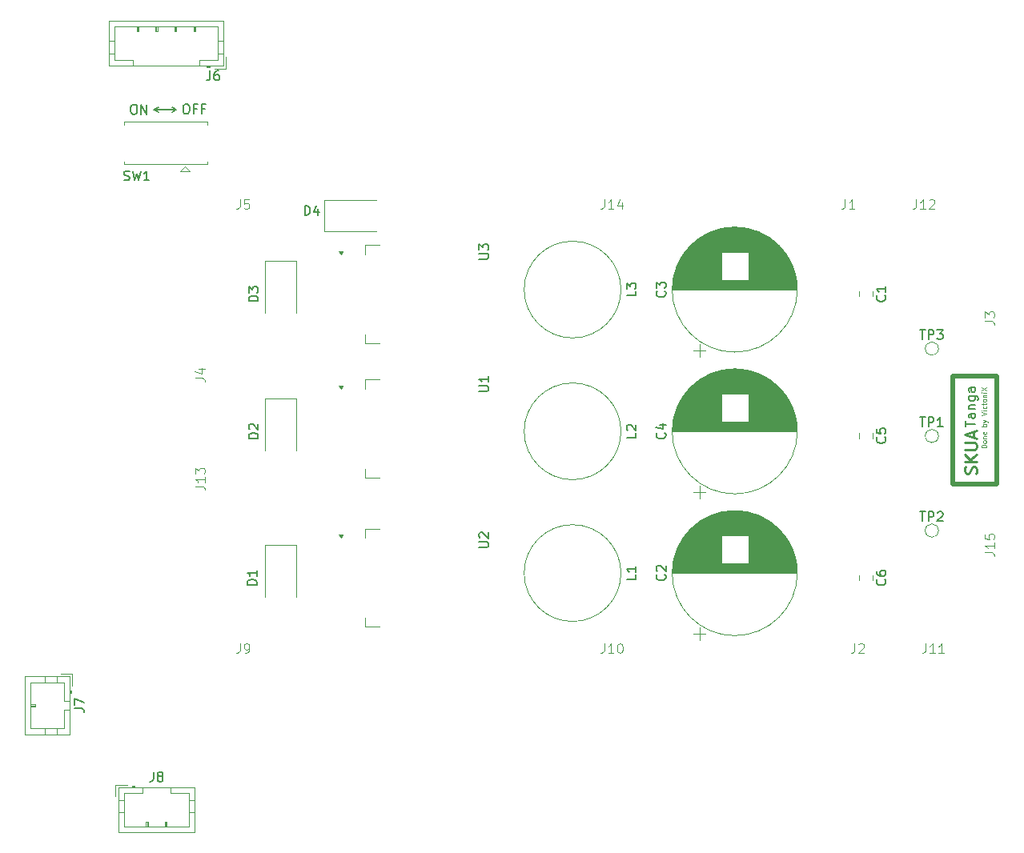
<source format=gbr>
%TF.GenerationSoftware,KiCad,Pcbnew,8.0.3-8.0.3-0~ubuntu22.04.1*%
%TF.CreationDate,2024-08-07T13:08:44+03:00*%
%TF.ProjectId,power_distribution_body,706f7765-725f-4646-9973-747269627574,rev?*%
%TF.SameCoordinates,Original*%
%TF.FileFunction,Legend,Top*%
%TF.FilePolarity,Positive*%
%FSLAX46Y46*%
G04 Gerber Fmt 4.6, Leading zero omitted, Abs format (unit mm)*
G04 Created by KiCad (PCBNEW 8.0.3-8.0.3-0~ubuntu22.04.1) date 2024-08-07 13:08:44*
%MOMM*%
%LPD*%
G01*
G04 APERTURE LIST*
%ADD10C,0.500000*%
%ADD11C,0.076200*%
%ADD12C,0.127000*%
%ADD13C,0.254000*%
%ADD14C,0.200000*%
%ADD15C,0.150000*%
%ADD16C,0.100000*%
%ADD17C,0.120000*%
G04 APERTURE END LIST*
D10*
X188060000Y-89180000D02*
X192750000Y-89180000D01*
X192750000Y-100620000D01*
X188060000Y-100620000D01*
X188060000Y-89180000D01*
D11*
X191603867Y-96718916D02*
X191095867Y-96718916D01*
X191095867Y-96718916D02*
X191095867Y-96597964D01*
X191095867Y-96597964D02*
X191120057Y-96525392D01*
X191120057Y-96525392D02*
X191168438Y-96477011D01*
X191168438Y-96477011D02*
X191216819Y-96452821D01*
X191216819Y-96452821D02*
X191313581Y-96428630D01*
X191313581Y-96428630D02*
X191386153Y-96428630D01*
X191386153Y-96428630D02*
X191482915Y-96452821D01*
X191482915Y-96452821D02*
X191531296Y-96477011D01*
X191531296Y-96477011D02*
X191579677Y-96525392D01*
X191579677Y-96525392D02*
X191603867Y-96597964D01*
X191603867Y-96597964D02*
X191603867Y-96718916D01*
X191603867Y-96138345D02*
X191579677Y-96186726D01*
X191579677Y-96186726D02*
X191555486Y-96210916D01*
X191555486Y-96210916D02*
X191507105Y-96235107D01*
X191507105Y-96235107D02*
X191361962Y-96235107D01*
X191361962Y-96235107D02*
X191313581Y-96210916D01*
X191313581Y-96210916D02*
X191289391Y-96186726D01*
X191289391Y-96186726D02*
X191265200Y-96138345D01*
X191265200Y-96138345D02*
X191265200Y-96065773D01*
X191265200Y-96065773D02*
X191289391Y-96017392D01*
X191289391Y-96017392D02*
X191313581Y-95993202D01*
X191313581Y-95993202D02*
X191361962Y-95969011D01*
X191361962Y-95969011D02*
X191507105Y-95969011D01*
X191507105Y-95969011D02*
X191555486Y-95993202D01*
X191555486Y-95993202D02*
X191579677Y-96017392D01*
X191579677Y-96017392D02*
X191603867Y-96065773D01*
X191603867Y-96065773D02*
X191603867Y-96138345D01*
X191265200Y-95751297D02*
X191603867Y-95751297D01*
X191313581Y-95751297D02*
X191289391Y-95727107D01*
X191289391Y-95727107D02*
X191265200Y-95678726D01*
X191265200Y-95678726D02*
X191265200Y-95606154D01*
X191265200Y-95606154D02*
X191289391Y-95557773D01*
X191289391Y-95557773D02*
X191337772Y-95533583D01*
X191337772Y-95533583D02*
X191603867Y-95533583D01*
X191579677Y-95098154D02*
X191603867Y-95146535D01*
X191603867Y-95146535D02*
X191603867Y-95243297D01*
X191603867Y-95243297D02*
X191579677Y-95291678D01*
X191579677Y-95291678D02*
X191531296Y-95315869D01*
X191531296Y-95315869D02*
X191337772Y-95315869D01*
X191337772Y-95315869D02*
X191289391Y-95291678D01*
X191289391Y-95291678D02*
X191265200Y-95243297D01*
X191265200Y-95243297D02*
X191265200Y-95146535D01*
X191265200Y-95146535D02*
X191289391Y-95098154D01*
X191289391Y-95098154D02*
X191337772Y-95073964D01*
X191337772Y-95073964D02*
X191386153Y-95073964D01*
X191386153Y-95073964D02*
X191434534Y-95315869D01*
X191603867Y-94469201D02*
X191095867Y-94469201D01*
X191289391Y-94469201D02*
X191265200Y-94420820D01*
X191265200Y-94420820D02*
X191265200Y-94324058D01*
X191265200Y-94324058D02*
X191289391Y-94275677D01*
X191289391Y-94275677D02*
X191313581Y-94251487D01*
X191313581Y-94251487D02*
X191361962Y-94227296D01*
X191361962Y-94227296D02*
X191507105Y-94227296D01*
X191507105Y-94227296D02*
X191555486Y-94251487D01*
X191555486Y-94251487D02*
X191579677Y-94275677D01*
X191579677Y-94275677D02*
X191603867Y-94324058D01*
X191603867Y-94324058D02*
X191603867Y-94420820D01*
X191603867Y-94420820D02*
X191579677Y-94469201D01*
X191265200Y-94057963D02*
X191603867Y-93937011D01*
X191265200Y-93816058D02*
X191603867Y-93937011D01*
X191603867Y-93937011D02*
X191724819Y-93985392D01*
X191724819Y-93985392D02*
X191749010Y-94009582D01*
X191749010Y-94009582D02*
X191773200Y-94057963D01*
X191095867Y-93308058D02*
X191603867Y-93138724D01*
X191603867Y-93138724D02*
X191095867Y-92969391D01*
X191603867Y-92800057D02*
X191265200Y-92800057D01*
X191095867Y-92800057D02*
X191120057Y-92824248D01*
X191120057Y-92824248D02*
X191144248Y-92800057D01*
X191144248Y-92800057D02*
X191120057Y-92775867D01*
X191120057Y-92775867D02*
X191095867Y-92800057D01*
X191095867Y-92800057D02*
X191144248Y-92800057D01*
X191579677Y-92340438D02*
X191603867Y-92388819D01*
X191603867Y-92388819D02*
X191603867Y-92485581D01*
X191603867Y-92485581D02*
X191579677Y-92533962D01*
X191579677Y-92533962D02*
X191555486Y-92558152D01*
X191555486Y-92558152D02*
X191507105Y-92582343D01*
X191507105Y-92582343D02*
X191361962Y-92582343D01*
X191361962Y-92582343D02*
X191313581Y-92558152D01*
X191313581Y-92558152D02*
X191289391Y-92533962D01*
X191289391Y-92533962D02*
X191265200Y-92485581D01*
X191265200Y-92485581D02*
X191265200Y-92388819D01*
X191265200Y-92388819D02*
X191289391Y-92340438D01*
X191265200Y-92195295D02*
X191265200Y-92001771D01*
X191095867Y-92122723D02*
X191531296Y-92122723D01*
X191531296Y-92122723D02*
X191579677Y-92098533D01*
X191579677Y-92098533D02*
X191603867Y-92050152D01*
X191603867Y-92050152D02*
X191603867Y-92001771D01*
X191603867Y-91759866D02*
X191579677Y-91808247D01*
X191579677Y-91808247D02*
X191555486Y-91832437D01*
X191555486Y-91832437D02*
X191507105Y-91856628D01*
X191507105Y-91856628D02*
X191361962Y-91856628D01*
X191361962Y-91856628D02*
X191313581Y-91832437D01*
X191313581Y-91832437D02*
X191289391Y-91808247D01*
X191289391Y-91808247D02*
X191265200Y-91759866D01*
X191265200Y-91759866D02*
X191265200Y-91687294D01*
X191265200Y-91687294D02*
X191289391Y-91638913D01*
X191289391Y-91638913D02*
X191313581Y-91614723D01*
X191313581Y-91614723D02*
X191361962Y-91590532D01*
X191361962Y-91590532D02*
X191507105Y-91590532D01*
X191507105Y-91590532D02*
X191555486Y-91614723D01*
X191555486Y-91614723D02*
X191579677Y-91638913D01*
X191579677Y-91638913D02*
X191603867Y-91687294D01*
X191603867Y-91687294D02*
X191603867Y-91759866D01*
X191265200Y-91372818D02*
X191603867Y-91372818D01*
X191313581Y-91372818D02*
X191289391Y-91348628D01*
X191289391Y-91348628D02*
X191265200Y-91300247D01*
X191265200Y-91300247D02*
X191265200Y-91227675D01*
X191265200Y-91227675D02*
X191289391Y-91179294D01*
X191289391Y-91179294D02*
X191337772Y-91155104D01*
X191337772Y-91155104D02*
X191603867Y-91155104D01*
X191603867Y-90913199D02*
X191265200Y-90913199D01*
X191095867Y-90913199D02*
X191120057Y-90937390D01*
X191120057Y-90937390D02*
X191144248Y-90913199D01*
X191144248Y-90913199D02*
X191120057Y-90889009D01*
X191120057Y-90889009D02*
X191095867Y-90913199D01*
X191095867Y-90913199D02*
X191144248Y-90913199D01*
X191095867Y-90719675D02*
X191603867Y-90381008D01*
X191095867Y-90381008D02*
X191603867Y-90719675D01*
D12*
X189413056Y-94489686D02*
X189413056Y-93909114D01*
X190429056Y-94199400D02*
X189413056Y-94199400D01*
X190429056Y-93135019D02*
X189896866Y-93135019D01*
X189896866Y-93135019D02*
X189800104Y-93183400D01*
X189800104Y-93183400D02*
X189751723Y-93280162D01*
X189751723Y-93280162D02*
X189751723Y-93473686D01*
X189751723Y-93473686D02*
X189800104Y-93570448D01*
X190380676Y-93135019D02*
X190429056Y-93231781D01*
X190429056Y-93231781D02*
X190429056Y-93473686D01*
X190429056Y-93473686D02*
X190380676Y-93570448D01*
X190380676Y-93570448D02*
X190283914Y-93618829D01*
X190283914Y-93618829D02*
X190187152Y-93618829D01*
X190187152Y-93618829D02*
X190090390Y-93570448D01*
X190090390Y-93570448D02*
X190042009Y-93473686D01*
X190042009Y-93473686D02*
X190042009Y-93231781D01*
X190042009Y-93231781D02*
X189993628Y-93135019D01*
X189751723Y-92651210D02*
X190429056Y-92651210D01*
X189848485Y-92651210D02*
X189800104Y-92602829D01*
X189800104Y-92602829D02*
X189751723Y-92506067D01*
X189751723Y-92506067D02*
X189751723Y-92360924D01*
X189751723Y-92360924D02*
X189800104Y-92264162D01*
X189800104Y-92264162D02*
X189896866Y-92215781D01*
X189896866Y-92215781D02*
X190429056Y-92215781D01*
X189751723Y-91296543D02*
X190574199Y-91296543D01*
X190574199Y-91296543D02*
X190670961Y-91344924D01*
X190670961Y-91344924D02*
X190719342Y-91393305D01*
X190719342Y-91393305D02*
X190767723Y-91490067D01*
X190767723Y-91490067D02*
X190767723Y-91635210D01*
X190767723Y-91635210D02*
X190719342Y-91731972D01*
X190380676Y-91296543D02*
X190429056Y-91393305D01*
X190429056Y-91393305D02*
X190429056Y-91586829D01*
X190429056Y-91586829D02*
X190380676Y-91683591D01*
X190380676Y-91683591D02*
X190332295Y-91731972D01*
X190332295Y-91731972D02*
X190235533Y-91780353D01*
X190235533Y-91780353D02*
X189945247Y-91780353D01*
X189945247Y-91780353D02*
X189848485Y-91731972D01*
X189848485Y-91731972D02*
X189800104Y-91683591D01*
X189800104Y-91683591D02*
X189751723Y-91586829D01*
X189751723Y-91586829D02*
X189751723Y-91393305D01*
X189751723Y-91393305D02*
X189800104Y-91296543D01*
X190429056Y-90377305D02*
X189896866Y-90377305D01*
X189896866Y-90377305D02*
X189800104Y-90425686D01*
X189800104Y-90425686D02*
X189751723Y-90522448D01*
X189751723Y-90522448D02*
X189751723Y-90715972D01*
X189751723Y-90715972D02*
X189800104Y-90812734D01*
X190380676Y-90377305D02*
X190429056Y-90474067D01*
X190429056Y-90474067D02*
X190429056Y-90715972D01*
X190429056Y-90715972D02*
X190380676Y-90812734D01*
X190380676Y-90812734D02*
X190283914Y-90861115D01*
X190283914Y-90861115D02*
X190187152Y-90861115D01*
X190187152Y-90861115D02*
X190090390Y-90812734D01*
X190090390Y-90812734D02*
X190042009Y-90715972D01*
X190042009Y-90715972D02*
X190042009Y-90474067D01*
X190042009Y-90474067D02*
X189993628Y-90377305D01*
D13*
X190530892Y-99470990D02*
X190591368Y-99289561D01*
X190591368Y-99289561D02*
X190591368Y-98987180D01*
X190591368Y-98987180D02*
X190530892Y-98866228D01*
X190530892Y-98866228D02*
X190470415Y-98805752D01*
X190470415Y-98805752D02*
X190349463Y-98745275D01*
X190349463Y-98745275D02*
X190228511Y-98745275D01*
X190228511Y-98745275D02*
X190107558Y-98805752D01*
X190107558Y-98805752D02*
X190047082Y-98866228D01*
X190047082Y-98866228D02*
X189986606Y-98987180D01*
X189986606Y-98987180D02*
X189926130Y-99229085D01*
X189926130Y-99229085D02*
X189865653Y-99350037D01*
X189865653Y-99350037D02*
X189805177Y-99410514D01*
X189805177Y-99410514D02*
X189684225Y-99470990D01*
X189684225Y-99470990D02*
X189563272Y-99470990D01*
X189563272Y-99470990D02*
X189442320Y-99410514D01*
X189442320Y-99410514D02*
X189381844Y-99350037D01*
X189381844Y-99350037D02*
X189321368Y-99229085D01*
X189321368Y-99229085D02*
X189321368Y-98926704D01*
X189321368Y-98926704D02*
X189381844Y-98745275D01*
X190591368Y-98200990D02*
X189321368Y-98200990D01*
X190591368Y-97475275D02*
X189865653Y-98019561D01*
X189321368Y-97475275D02*
X190047082Y-98200990D01*
X189321368Y-96930990D02*
X190349463Y-96930990D01*
X190349463Y-96930990D02*
X190470415Y-96870513D01*
X190470415Y-96870513D02*
X190530892Y-96810037D01*
X190530892Y-96810037D02*
X190591368Y-96689085D01*
X190591368Y-96689085D02*
X190591368Y-96447180D01*
X190591368Y-96447180D02*
X190530892Y-96326228D01*
X190530892Y-96326228D02*
X190470415Y-96265751D01*
X190470415Y-96265751D02*
X190349463Y-96205275D01*
X190349463Y-96205275D02*
X189321368Y-96205275D01*
X190228511Y-95660990D02*
X190228511Y-95056228D01*
X190591368Y-95781942D02*
X189321368Y-95358609D01*
X189321368Y-95358609D02*
X190591368Y-94935275D01*
D14*
X105905000Y-61000000D02*
X105535000Y-61250000D01*
X103595000Y-61000000D02*
X104035000Y-61250000D01*
X103595000Y-61000000D02*
X105905000Y-61000000D01*
X105905000Y-61000000D02*
X105535000Y-60750000D01*
X103595000Y-61000000D02*
X104035000Y-60750000D01*
D15*
X101372255Y-60429819D02*
X101562731Y-60429819D01*
X101562731Y-60429819D02*
X101657969Y-60477438D01*
X101657969Y-60477438D02*
X101753207Y-60572676D01*
X101753207Y-60572676D02*
X101800826Y-60763152D01*
X101800826Y-60763152D02*
X101800826Y-61096485D01*
X101800826Y-61096485D02*
X101753207Y-61286961D01*
X101753207Y-61286961D02*
X101657969Y-61382200D01*
X101657969Y-61382200D02*
X101562731Y-61429819D01*
X101562731Y-61429819D02*
X101372255Y-61429819D01*
X101372255Y-61429819D02*
X101277017Y-61382200D01*
X101277017Y-61382200D02*
X101181779Y-61286961D01*
X101181779Y-61286961D02*
X101134160Y-61096485D01*
X101134160Y-61096485D02*
X101134160Y-60763152D01*
X101134160Y-60763152D02*
X101181779Y-60572676D01*
X101181779Y-60572676D02*
X101277017Y-60477438D01*
X101277017Y-60477438D02*
X101372255Y-60429819D01*
X102229398Y-61429819D02*
X102229398Y-60429819D01*
X102229398Y-60429819D02*
X102800826Y-61429819D01*
X102800826Y-61429819D02*
X102800826Y-60429819D01*
X106902255Y-60399819D02*
X107092731Y-60399819D01*
X107092731Y-60399819D02*
X107187969Y-60447438D01*
X107187969Y-60447438D02*
X107283207Y-60542676D01*
X107283207Y-60542676D02*
X107330826Y-60733152D01*
X107330826Y-60733152D02*
X107330826Y-61066485D01*
X107330826Y-61066485D02*
X107283207Y-61256961D01*
X107283207Y-61256961D02*
X107187969Y-61352200D01*
X107187969Y-61352200D02*
X107092731Y-61399819D01*
X107092731Y-61399819D02*
X106902255Y-61399819D01*
X106902255Y-61399819D02*
X106807017Y-61352200D01*
X106807017Y-61352200D02*
X106711779Y-61256961D01*
X106711779Y-61256961D02*
X106664160Y-61066485D01*
X106664160Y-61066485D02*
X106664160Y-60733152D01*
X106664160Y-60733152D02*
X106711779Y-60542676D01*
X106711779Y-60542676D02*
X106807017Y-60447438D01*
X106807017Y-60447438D02*
X106902255Y-60399819D01*
X108092731Y-60876009D02*
X107759398Y-60876009D01*
X107759398Y-61399819D02*
X107759398Y-60399819D01*
X107759398Y-60399819D02*
X108235588Y-60399819D01*
X108949874Y-60876009D02*
X108616541Y-60876009D01*
X108616541Y-61399819D02*
X108616541Y-60399819D01*
X108616541Y-60399819D02*
X109092731Y-60399819D01*
X114604819Y-81238094D02*
X113604819Y-81238094D01*
X113604819Y-81238094D02*
X113604819Y-80999999D01*
X113604819Y-80999999D02*
X113652438Y-80857142D01*
X113652438Y-80857142D02*
X113747676Y-80761904D01*
X113747676Y-80761904D02*
X113842914Y-80714285D01*
X113842914Y-80714285D02*
X114033390Y-80666666D01*
X114033390Y-80666666D02*
X114176247Y-80666666D01*
X114176247Y-80666666D02*
X114366723Y-80714285D01*
X114366723Y-80714285D02*
X114461961Y-80761904D01*
X114461961Y-80761904D02*
X114557200Y-80857142D01*
X114557200Y-80857142D02*
X114604819Y-80999999D01*
X114604819Y-80999999D02*
X114604819Y-81238094D01*
X113604819Y-80333332D02*
X113604819Y-79714285D01*
X113604819Y-79714285D02*
X113985771Y-80047618D01*
X113985771Y-80047618D02*
X113985771Y-79904761D01*
X113985771Y-79904761D02*
X114033390Y-79809523D01*
X114033390Y-79809523D02*
X114081009Y-79761904D01*
X114081009Y-79761904D02*
X114176247Y-79714285D01*
X114176247Y-79714285D02*
X114414342Y-79714285D01*
X114414342Y-79714285D02*
X114509580Y-79761904D01*
X114509580Y-79761904D02*
X114557200Y-79809523D01*
X114557200Y-79809523D02*
X114604819Y-79904761D01*
X114604819Y-79904761D02*
X114604819Y-80190475D01*
X114604819Y-80190475D02*
X114557200Y-80285713D01*
X114557200Y-80285713D02*
X114509580Y-80333332D01*
D16*
X107957419Y-89333333D02*
X108671704Y-89333333D01*
X108671704Y-89333333D02*
X108814561Y-89380952D01*
X108814561Y-89380952D02*
X108909800Y-89476190D01*
X108909800Y-89476190D02*
X108957419Y-89619047D01*
X108957419Y-89619047D02*
X108957419Y-89714285D01*
X108290752Y-88428571D02*
X108957419Y-88428571D01*
X107909800Y-88666666D02*
X108624085Y-88904761D01*
X108624085Y-88904761D02*
X108624085Y-88285714D01*
D15*
X137954819Y-76761904D02*
X138764342Y-76761904D01*
X138764342Y-76761904D02*
X138859580Y-76714285D01*
X138859580Y-76714285D02*
X138907200Y-76666666D01*
X138907200Y-76666666D02*
X138954819Y-76571428D01*
X138954819Y-76571428D02*
X138954819Y-76380952D01*
X138954819Y-76380952D02*
X138907200Y-76285714D01*
X138907200Y-76285714D02*
X138859580Y-76238095D01*
X138859580Y-76238095D02*
X138764342Y-76190476D01*
X138764342Y-76190476D02*
X137954819Y-76190476D01*
X137954819Y-75809523D02*
X137954819Y-75190476D01*
X137954819Y-75190476D02*
X138335771Y-75523809D01*
X138335771Y-75523809D02*
X138335771Y-75380952D01*
X138335771Y-75380952D02*
X138383390Y-75285714D01*
X138383390Y-75285714D02*
X138431009Y-75238095D01*
X138431009Y-75238095D02*
X138526247Y-75190476D01*
X138526247Y-75190476D02*
X138764342Y-75190476D01*
X138764342Y-75190476D02*
X138859580Y-75238095D01*
X138859580Y-75238095D02*
X138907200Y-75285714D01*
X138907200Y-75285714D02*
X138954819Y-75380952D01*
X138954819Y-75380952D02*
X138954819Y-75666666D01*
X138954819Y-75666666D02*
X138907200Y-75761904D01*
X138907200Y-75761904D02*
X138859580Y-75809523D01*
D16*
X151190476Y-117457419D02*
X151190476Y-118171704D01*
X151190476Y-118171704D02*
X151142857Y-118314561D01*
X151142857Y-118314561D02*
X151047619Y-118409800D01*
X151047619Y-118409800D02*
X150904762Y-118457419D01*
X150904762Y-118457419D02*
X150809524Y-118457419D01*
X152190476Y-118457419D02*
X151619048Y-118457419D01*
X151904762Y-118457419D02*
X151904762Y-117457419D01*
X151904762Y-117457419D02*
X151809524Y-117600276D01*
X151809524Y-117600276D02*
X151714286Y-117695514D01*
X151714286Y-117695514D02*
X151619048Y-117743133D01*
X152809524Y-117457419D02*
X152904762Y-117457419D01*
X152904762Y-117457419D02*
X153000000Y-117505038D01*
X153000000Y-117505038D02*
X153047619Y-117552657D01*
X153047619Y-117552657D02*
X153095238Y-117647895D01*
X153095238Y-117647895D02*
X153142857Y-117838371D01*
X153142857Y-117838371D02*
X153142857Y-118076466D01*
X153142857Y-118076466D02*
X153095238Y-118266942D01*
X153095238Y-118266942D02*
X153047619Y-118362180D01*
X153047619Y-118362180D02*
X153000000Y-118409800D01*
X153000000Y-118409800D02*
X152904762Y-118457419D01*
X152904762Y-118457419D02*
X152809524Y-118457419D01*
X152809524Y-118457419D02*
X152714286Y-118409800D01*
X152714286Y-118409800D02*
X152666667Y-118362180D01*
X152666667Y-118362180D02*
X152619048Y-118266942D01*
X152619048Y-118266942D02*
X152571429Y-118076466D01*
X152571429Y-118076466D02*
X152571429Y-117838371D01*
X152571429Y-117838371D02*
X152619048Y-117647895D01*
X152619048Y-117647895D02*
X152666667Y-117552657D01*
X152666667Y-117552657D02*
X152714286Y-117505038D01*
X152714286Y-117505038D02*
X152809524Y-117457419D01*
D15*
X180889580Y-80629166D02*
X180937200Y-80676785D01*
X180937200Y-80676785D02*
X180984819Y-80819642D01*
X180984819Y-80819642D02*
X180984819Y-80914880D01*
X180984819Y-80914880D02*
X180937200Y-81057737D01*
X180937200Y-81057737D02*
X180841961Y-81152975D01*
X180841961Y-81152975D02*
X180746723Y-81200594D01*
X180746723Y-81200594D02*
X180556247Y-81248213D01*
X180556247Y-81248213D02*
X180413390Y-81248213D01*
X180413390Y-81248213D02*
X180222914Y-81200594D01*
X180222914Y-81200594D02*
X180127676Y-81152975D01*
X180127676Y-81152975D02*
X180032438Y-81057737D01*
X180032438Y-81057737D02*
X179984819Y-80914880D01*
X179984819Y-80914880D02*
X179984819Y-80819642D01*
X179984819Y-80819642D02*
X180032438Y-80676785D01*
X180032438Y-80676785D02*
X180080057Y-80629166D01*
X180984819Y-79676785D02*
X180984819Y-80248213D01*
X180984819Y-79962499D02*
X179984819Y-79962499D01*
X179984819Y-79962499D02*
X180127676Y-80057737D01*
X180127676Y-80057737D02*
X180222914Y-80152975D01*
X180222914Y-80152975D02*
X180270533Y-80248213D01*
D16*
X107957419Y-100809523D02*
X108671704Y-100809523D01*
X108671704Y-100809523D02*
X108814561Y-100857142D01*
X108814561Y-100857142D02*
X108909800Y-100952380D01*
X108909800Y-100952380D02*
X108957419Y-101095237D01*
X108957419Y-101095237D02*
X108957419Y-101190475D01*
X108957419Y-99809523D02*
X108957419Y-100380951D01*
X108957419Y-100095237D02*
X107957419Y-100095237D01*
X107957419Y-100095237D02*
X108100276Y-100190475D01*
X108100276Y-100190475D02*
X108195514Y-100285713D01*
X108195514Y-100285713D02*
X108243133Y-100380951D01*
X107957419Y-99476189D02*
X107957419Y-98857142D01*
X107957419Y-98857142D02*
X108338371Y-99190475D01*
X108338371Y-99190475D02*
X108338371Y-99047618D01*
X108338371Y-99047618D02*
X108385990Y-98952380D01*
X108385990Y-98952380D02*
X108433609Y-98904761D01*
X108433609Y-98904761D02*
X108528847Y-98857142D01*
X108528847Y-98857142D02*
X108766942Y-98857142D01*
X108766942Y-98857142D02*
X108862180Y-98904761D01*
X108862180Y-98904761D02*
X108909800Y-98952380D01*
X108909800Y-98952380D02*
X108957419Y-99047618D01*
X108957419Y-99047618D02*
X108957419Y-99333332D01*
X108957419Y-99333332D02*
X108909800Y-99428570D01*
X108909800Y-99428570D02*
X108862180Y-99476189D01*
D15*
X154554819Y-110166666D02*
X154554819Y-110642856D01*
X154554819Y-110642856D02*
X153554819Y-110642856D01*
X154554819Y-109309523D02*
X154554819Y-109880951D01*
X154554819Y-109595237D02*
X153554819Y-109595237D01*
X153554819Y-109595237D02*
X153697676Y-109690475D01*
X153697676Y-109690475D02*
X153792914Y-109785713D01*
X153792914Y-109785713D02*
X153840533Y-109880951D01*
D16*
X112666666Y-70457419D02*
X112666666Y-71171704D01*
X112666666Y-71171704D02*
X112619047Y-71314561D01*
X112619047Y-71314561D02*
X112523809Y-71409800D01*
X112523809Y-71409800D02*
X112380952Y-71457419D01*
X112380952Y-71457419D02*
X112285714Y-71457419D01*
X113619047Y-70457419D02*
X113142857Y-70457419D01*
X113142857Y-70457419D02*
X113095238Y-70933609D01*
X113095238Y-70933609D02*
X113142857Y-70885990D01*
X113142857Y-70885990D02*
X113238095Y-70838371D01*
X113238095Y-70838371D02*
X113476190Y-70838371D01*
X113476190Y-70838371D02*
X113571428Y-70885990D01*
X113571428Y-70885990D02*
X113619047Y-70933609D01*
X113619047Y-70933609D02*
X113666666Y-71028847D01*
X113666666Y-71028847D02*
X113666666Y-71266942D01*
X113666666Y-71266942D02*
X113619047Y-71362180D01*
X113619047Y-71362180D02*
X113571428Y-71409800D01*
X113571428Y-71409800D02*
X113476190Y-71457419D01*
X113476190Y-71457419D02*
X113238095Y-71457419D01*
X113238095Y-71457419D02*
X113142857Y-71409800D01*
X113142857Y-71409800D02*
X113095238Y-71362180D01*
D15*
X157609580Y-110166666D02*
X157657200Y-110214285D01*
X157657200Y-110214285D02*
X157704819Y-110357142D01*
X157704819Y-110357142D02*
X157704819Y-110452380D01*
X157704819Y-110452380D02*
X157657200Y-110595237D01*
X157657200Y-110595237D02*
X157561961Y-110690475D01*
X157561961Y-110690475D02*
X157466723Y-110738094D01*
X157466723Y-110738094D02*
X157276247Y-110785713D01*
X157276247Y-110785713D02*
X157133390Y-110785713D01*
X157133390Y-110785713D02*
X156942914Y-110738094D01*
X156942914Y-110738094D02*
X156847676Y-110690475D01*
X156847676Y-110690475D02*
X156752438Y-110595237D01*
X156752438Y-110595237D02*
X156704819Y-110452380D01*
X156704819Y-110452380D02*
X156704819Y-110357142D01*
X156704819Y-110357142D02*
X156752438Y-110214285D01*
X156752438Y-110214285D02*
X156800057Y-110166666D01*
X156800057Y-109785713D02*
X156752438Y-109738094D01*
X156752438Y-109738094D02*
X156704819Y-109642856D01*
X156704819Y-109642856D02*
X156704819Y-109404761D01*
X156704819Y-109404761D02*
X156752438Y-109309523D01*
X156752438Y-109309523D02*
X156800057Y-109261904D01*
X156800057Y-109261904D02*
X156895295Y-109214285D01*
X156895295Y-109214285D02*
X156990533Y-109214285D01*
X156990533Y-109214285D02*
X157133390Y-109261904D01*
X157133390Y-109261904D02*
X157704819Y-109833332D01*
X157704819Y-109833332D02*
X157704819Y-109214285D01*
D16*
X184190476Y-70457419D02*
X184190476Y-71171704D01*
X184190476Y-71171704D02*
X184142857Y-71314561D01*
X184142857Y-71314561D02*
X184047619Y-71409800D01*
X184047619Y-71409800D02*
X183904762Y-71457419D01*
X183904762Y-71457419D02*
X183809524Y-71457419D01*
X185190476Y-71457419D02*
X184619048Y-71457419D01*
X184904762Y-71457419D02*
X184904762Y-70457419D01*
X184904762Y-70457419D02*
X184809524Y-70600276D01*
X184809524Y-70600276D02*
X184714286Y-70695514D01*
X184714286Y-70695514D02*
X184619048Y-70743133D01*
X185571429Y-70552657D02*
X185619048Y-70505038D01*
X185619048Y-70505038D02*
X185714286Y-70457419D01*
X185714286Y-70457419D02*
X185952381Y-70457419D01*
X185952381Y-70457419D02*
X186047619Y-70505038D01*
X186047619Y-70505038D02*
X186095238Y-70552657D01*
X186095238Y-70552657D02*
X186142857Y-70647895D01*
X186142857Y-70647895D02*
X186142857Y-70743133D01*
X186142857Y-70743133D02*
X186095238Y-70885990D01*
X186095238Y-70885990D02*
X185523810Y-71457419D01*
X185523810Y-71457419D02*
X186142857Y-71457419D01*
D15*
X154554819Y-95166666D02*
X154554819Y-95642856D01*
X154554819Y-95642856D02*
X153554819Y-95642856D01*
X153650057Y-94880951D02*
X153602438Y-94833332D01*
X153602438Y-94833332D02*
X153554819Y-94738094D01*
X153554819Y-94738094D02*
X153554819Y-94499999D01*
X153554819Y-94499999D02*
X153602438Y-94404761D01*
X153602438Y-94404761D02*
X153650057Y-94357142D01*
X153650057Y-94357142D02*
X153745295Y-94309523D01*
X153745295Y-94309523D02*
X153840533Y-94309523D01*
X153840533Y-94309523D02*
X153983390Y-94357142D01*
X153983390Y-94357142D02*
X154554819Y-94928570D01*
X154554819Y-94928570D02*
X154554819Y-94309523D01*
X184588095Y-103506819D02*
X185159523Y-103506819D01*
X184873809Y-104506819D02*
X184873809Y-103506819D01*
X185492857Y-104506819D02*
X185492857Y-103506819D01*
X185492857Y-103506819D02*
X185873809Y-103506819D01*
X185873809Y-103506819D02*
X185969047Y-103554438D01*
X185969047Y-103554438D02*
X186016666Y-103602057D01*
X186016666Y-103602057D02*
X186064285Y-103697295D01*
X186064285Y-103697295D02*
X186064285Y-103840152D01*
X186064285Y-103840152D02*
X186016666Y-103935390D01*
X186016666Y-103935390D02*
X185969047Y-103983009D01*
X185969047Y-103983009D02*
X185873809Y-104030628D01*
X185873809Y-104030628D02*
X185492857Y-104030628D01*
X186445238Y-103602057D02*
X186492857Y-103554438D01*
X186492857Y-103554438D02*
X186588095Y-103506819D01*
X186588095Y-103506819D02*
X186826190Y-103506819D01*
X186826190Y-103506819D02*
X186921428Y-103554438D01*
X186921428Y-103554438D02*
X186969047Y-103602057D01*
X186969047Y-103602057D02*
X187016666Y-103697295D01*
X187016666Y-103697295D02*
X187016666Y-103792533D01*
X187016666Y-103792533D02*
X186969047Y-103935390D01*
X186969047Y-103935390D02*
X186397619Y-104506819D01*
X186397619Y-104506819D02*
X187016666Y-104506819D01*
X100416667Y-68407200D02*
X100559524Y-68454819D01*
X100559524Y-68454819D02*
X100797619Y-68454819D01*
X100797619Y-68454819D02*
X100892857Y-68407200D01*
X100892857Y-68407200D02*
X100940476Y-68359580D01*
X100940476Y-68359580D02*
X100988095Y-68264342D01*
X100988095Y-68264342D02*
X100988095Y-68169104D01*
X100988095Y-68169104D02*
X100940476Y-68073866D01*
X100940476Y-68073866D02*
X100892857Y-68026247D01*
X100892857Y-68026247D02*
X100797619Y-67978628D01*
X100797619Y-67978628D02*
X100607143Y-67931009D01*
X100607143Y-67931009D02*
X100511905Y-67883390D01*
X100511905Y-67883390D02*
X100464286Y-67835771D01*
X100464286Y-67835771D02*
X100416667Y-67740533D01*
X100416667Y-67740533D02*
X100416667Y-67645295D01*
X100416667Y-67645295D02*
X100464286Y-67550057D01*
X100464286Y-67550057D02*
X100511905Y-67502438D01*
X100511905Y-67502438D02*
X100607143Y-67454819D01*
X100607143Y-67454819D02*
X100845238Y-67454819D01*
X100845238Y-67454819D02*
X100988095Y-67502438D01*
X101321429Y-67454819D02*
X101559524Y-68454819D01*
X101559524Y-68454819D02*
X101750000Y-67740533D01*
X101750000Y-67740533D02*
X101940476Y-68454819D01*
X101940476Y-68454819D02*
X102178572Y-67454819D01*
X103083333Y-68454819D02*
X102511905Y-68454819D01*
X102797619Y-68454819D02*
X102797619Y-67454819D01*
X102797619Y-67454819D02*
X102702381Y-67597676D01*
X102702381Y-67597676D02*
X102607143Y-67692914D01*
X102607143Y-67692914D02*
X102511905Y-67740533D01*
X137954819Y-107261904D02*
X138764342Y-107261904D01*
X138764342Y-107261904D02*
X138859580Y-107214285D01*
X138859580Y-107214285D02*
X138907200Y-107166666D01*
X138907200Y-107166666D02*
X138954819Y-107071428D01*
X138954819Y-107071428D02*
X138954819Y-106880952D01*
X138954819Y-106880952D02*
X138907200Y-106785714D01*
X138907200Y-106785714D02*
X138859580Y-106738095D01*
X138859580Y-106738095D02*
X138764342Y-106690476D01*
X138764342Y-106690476D02*
X137954819Y-106690476D01*
X138050057Y-106261904D02*
X138002438Y-106214285D01*
X138002438Y-106214285D02*
X137954819Y-106119047D01*
X137954819Y-106119047D02*
X137954819Y-105880952D01*
X137954819Y-105880952D02*
X138002438Y-105785714D01*
X138002438Y-105785714D02*
X138050057Y-105738095D01*
X138050057Y-105738095D02*
X138145295Y-105690476D01*
X138145295Y-105690476D02*
X138240533Y-105690476D01*
X138240533Y-105690476D02*
X138383390Y-105738095D01*
X138383390Y-105738095D02*
X138954819Y-106309523D01*
X138954819Y-106309523D02*
X138954819Y-105690476D01*
D16*
X176666666Y-70457419D02*
X176666666Y-71171704D01*
X176666666Y-71171704D02*
X176619047Y-71314561D01*
X176619047Y-71314561D02*
X176523809Y-71409800D01*
X176523809Y-71409800D02*
X176380952Y-71457419D01*
X176380952Y-71457419D02*
X176285714Y-71457419D01*
X177666666Y-71457419D02*
X177095238Y-71457419D01*
X177380952Y-71457419D02*
X177380952Y-70457419D01*
X177380952Y-70457419D02*
X177285714Y-70600276D01*
X177285714Y-70600276D02*
X177190476Y-70695514D01*
X177190476Y-70695514D02*
X177095238Y-70743133D01*
D15*
X95204819Y-124333333D02*
X95919104Y-124333333D01*
X95919104Y-124333333D02*
X96061961Y-124380952D01*
X96061961Y-124380952D02*
X96157200Y-124476190D01*
X96157200Y-124476190D02*
X96204819Y-124619047D01*
X96204819Y-124619047D02*
X96204819Y-124714285D01*
X95204819Y-123952380D02*
X95204819Y-123285714D01*
X95204819Y-123285714D02*
X96204819Y-123714285D01*
D16*
X191457419Y-107809523D02*
X192171704Y-107809523D01*
X192171704Y-107809523D02*
X192314561Y-107857142D01*
X192314561Y-107857142D02*
X192409800Y-107952380D01*
X192409800Y-107952380D02*
X192457419Y-108095237D01*
X192457419Y-108095237D02*
X192457419Y-108190475D01*
X192457419Y-106809523D02*
X192457419Y-107380951D01*
X192457419Y-107095237D02*
X191457419Y-107095237D01*
X191457419Y-107095237D02*
X191600276Y-107190475D01*
X191600276Y-107190475D02*
X191695514Y-107285713D01*
X191695514Y-107285713D02*
X191743133Y-107380951D01*
X191457419Y-105904761D02*
X191457419Y-106380951D01*
X191457419Y-106380951D02*
X191933609Y-106428570D01*
X191933609Y-106428570D02*
X191885990Y-106380951D01*
X191885990Y-106380951D02*
X191838371Y-106285713D01*
X191838371Y-106285713D02*
X191838371Y-106047618D01*
X191838371Y-106047618D02*
X191885990Y-105952380D01*
X191885990Y-105952380D02*
X191933609Y-105904761D01*
X191933609Y-105904761D02*
X192028847Y-105857142D01*
X192028847Y-105857142D02*
X192266942Y-105857142D01*
X192266942Y-105857142D02*
X192362180Y-105904761D01*
X192362180Y-105904761D02*
X192409800Y-105952380D01*
X192409800Y-105952380D02*
X192457419Y-106047618D01*
X192457419Y-106047618D02*
X192457419Y-106285713D01*
X192457419Y-106285713D02*
X192409800Y-106380951D01*
X192409800Y-106380951D02*
X192362180Y-106428570D01*
X112666666Y-117457419D02*
X112666666Y-118171704D01*
X112666666Y-118171704D02*
X112619047Y-118314561D01*
X112619047Y-118314561D02*
X112523809Y-118409800D01*
X112523809Y-118409800D02*
X112380952Y-118457419D01*
X112380952Y-118457419D02*
X112285714Y-118457419D01*
X113190476Y-118457419D02*
X113380952Y-118457419D01*
X113380952Y-118457419D02*
X113476190Y-118409800D01*
X113476190Y-118409800D02*
X113523809Y-118362180D01*
X113523809Y-118362180D02*
X113619047Y-118219323D01*
X113619047Y-118219323D02*
X113666666Y-118028847D01*
X113666666Y-118028847D02*
X113666666Y-117647895D01*
X113666666Y-117647895D02*
X113619047Y-117552657D01*
X113619047Y-117552657D02*
X113571428Y-117505038D01*
X113571428Y-117505038D02*
X113476190Y-117457419D01*
X113476190Y-117457419D02*
X113285714Y-117457419D01*
X113285714Y-117457419D02*
X113190476Y-117505038D01*
X113190476Y-117505038D02*
X113142857Y-117552657D01*
X113142857Y-117552657D02*
X113095238Y-117647895D01*
X113095238Y-117647895D02*
X113095238Y-117885990D01*
X113095238Y-117885990D02*
X113142857Y-117981228D01*
X113142857Y-117981228D02*
X113190476Y-118028847D01*
X113190476Y-118028847D02*
X113285714Y-118076466D01*
X113285714Y-118076466D02*
X113476190Y-118076466D01*
X113476190Y-118076466D02*
X113571428Y-118028847D01*
X113571428Y-118028847D02*
X113619047Y-117981228D01*
X113619047Y-117981228D02*
X113666666Y-117885990D01*
D15*
X180889580Y-110666666D02*
X180937200Y-110714285D01*
X180937200Y-110714285D02*
X180984819Y-110857142D01*
X180984819Y-110857142D02*
X180984819Y-110952380D01*
X180984819Y-110952380D02*
X180937200Y-111095237D01*
X180937200Y-111095237D02*
X180841961Y-111190475D01*
X180841961Y-111190475D02*
X180746723Y-111238094D01*
X180746723Y-111238094D02*
X180556247Y-111285713D01*
X180556247Y-111285713D02*
X180413390Y-111285713D01*
X180413390Y-111285713D02*
X180222914Y-111238094D01*
X180222914Y-111238094D02*
X180127676Y-111190475D01*
X180127676Y-111190475D02*
X180032438Y-111095237D01*
X180032438Y-111095237D02*
X179984819Y-110952380D01*
X179984819Y-110952380D02*
X179984819Y-110857142D01*
X179984819Y-110857142D02*
X180032438Y-110714285D01*
X180032438Y-110714285D02*
X180080057Y-110666666D01*
X179984819Y-109809523D02*
X179984819Y-109999999D01*
X179984819Y-109999999D02*
X180032438Y-110095237D01*
X180032438Y-110095237D02*
X180080057Y-110142856D01*
X180080057Y-110142856D02*
X180222914Y-110238094D01*
X180222914Y-110238094D02*
X180413390Y-110285713D01*
X180413390Y-110285713D02*
X180794342Y-110285713D01*
X180794342Y-110285713D02*
X180889580Y-110238094D01*
X180889580Y-110238094D02*
X180937200Y-110190475D01*
X180937200Y-110190475D02*
X180984819Y-110095237D01*
X180984819Y-110095237D02*
X180984819Y-109904761D01*
X180984819Y-109904761D02*
X180937200Y-109809523D01*
X180937200Y-109809523D02*
X180889580Y-109761904D01*
X180889580Y-109761904D02*
X180794342Y-109714285D01*
X180794342Y-109714285D02*
X180556247Y-109714285D01*
X180556247Y-109714285D02*
X180461009Y-109761904D01*
X180461009Y-109761904D02*
X180413390Y-109809523D01*
X180413390Y-109809523D02*
X180365771Y-109904761D01*
X180365771Y-109904761D02*
X180365771Y-110095237D01*
X180365771Y-110095237D02*
X180413390Y-110190475D01*
X180413390Y-110190475D02*
X180461009Y-110238094D01*
X180461009Y-110238094D02*
X180556247Y-110285713D01*
X137954819Y-90761904D02*
X138764342Y-90761904D01*
X138764342Y-90761904D02*
X138859580Y-90714285D01*
X138859580Y-90714285D02*
X138907200Y-90666666D01*
X138907200Y-90666666D02*
X138954819Y-90571428D01*
X138954819Y-90571428D02*
X138954819Y-90380952D01*
X138954819Y-90380952D02*
X138907200Y-90285714D01*
X138907200Y-90285714D02*
X138859580Y-90238095D01*
X138859580Y-90238095D02*
X138764342Y-90190476D01*
X138764342Y-90190476D02*
X137954819Y-90190476D01*
X138954819Y-89190476D02*
X138954819Y-89761904D01*
X138954819Y-89476190D02*
X137954819Y-89476190D01*
X137954819Y-89476190D02*
X138097676Y-89571428D01*
X138097676Y-89571428D02*
X138192914Y-89666666D01*
X138192914Y-89666666D02*
X138240533Y-89761904D01*
D16*
X191457419Y-83333333D02*
X192171704Y-83333333D01*
X192171704Y-83333333D02*
X192314561Y-83380952D01*
X192314561Y-83380952D02*
X192409800Y-83476190D01*
X192409800Y-83476190D02*
X192457419Y-83619047D01*
X192457419Y-83619047D02*
X192457419Y-83714285D01*
X191457419Y-82952380D02*
X191457419Y-82333333D01*
X191457419Y-82333333D02*
X191838371Y-82666666D01*
X191838371Y-82666666D02*
X191838371Y-82523809D01*
X191838371Y-82523809D02*
X191885990Y-82428571D01*
X191885990Y-82428571D02*
X191933609Y-82380952D01*
X191933609Y-82380952D02*
X192028847Y-82333333D01*
X192028847Y-82333333D02*
X192266942Y-82333333D01*
X192266942Y-82333333D02*
X192362180Y-82380952D01*
X192362180Y-82380952D02*
X192409800Y-82428571D01*
X192409800Y-82428571D02*
X192457419Y-82523809D01*
X192457419Y-82523809D02*
X192457419Y-82809523D01*
X192457419Y-82809523D02*
X192409800Y-82904761D01*
X192409800Y-82904761D02*
X192362180Y-82952380D01*
D15*
X119524405Y-72144819D02*
X119524405Y-71144819D01*
X119524405Y-71144819D02*
X119762500Y-71144819D01*
X119762500Y-71144819D02*
X119905357Y-71192438D01*
X119905357Y-71192438D02*
X120000595Y-71287676D01*
X120000595Y-71287676D02*
X120048214Y-71382914D01*
X120048214Y-71382914D02*
X120095833Y-71573390D01*
X120095833Y-71573390D02*
X120095833Y-71716247D01*
X120095833Y-71716247D02*
X120048214Y-71906723D01*
X120048214Y-71906723D02*
X120000595Y-72001961D01*
X120000595Y-72001961D02*
X119905357Y-72097200D01*
X119905357Y-72097200D02*
X119762500Y-72144819D01*
X119762500Y-72144819D02*
X119524405Y-72144819D01*
X120952976Y-71478152D02*
X120952976Y-72144819D01*
X120714881Y-71097200D02*
X120476786Y-71811485D01*
X120476786Y-71811485D02*
X121095833Y-71811485D01*
X109516666Y-56854819D02*
X109516666Y-57569104D01*
X109516666Y-57569104D02*
X109469047Y-57711961D01*
X109469047Y-57711961D02*
X109373809Y-57807200D01*
X109373809Y-57807200D02*
X109230952Y-57854819D01*
X109230952Y-57854819D02*
X109135714Y-57854819D01*
X110421428Y-56854819D02*
X110230952Y-56854819D01*
X110230952Y-56854819D02*
X110135714Y-56902438D01*
X110135714Y-56902438D02*
X110088095Y-56950057D01*
X110088095Y-56950057D02*
X109992857Y-57092914D01*
X109992857Y-57092914D02*
X109945238Y-57283390D01*
X109945238Y-57283390D02*
X109945238Y-57664342D01*
X109945238Y-57664342D02*
X109992857Y-57759580D01*
X109992857Y-57759580D02*
X110040476Y-57807200D01*
X110040476Y-57807200D02*
X110135714Y-57854819D01*
X110135714Y-57854819D02*
X110326190Y-57854819D01*
X110326190Y-57854819D02*
X110421428Y-57807200D01*
X110421428Y-57807200D02*
X110469047Y-57759580D01*
X110469047Y-57759580D02*
X110516666Y-57664342D01*
X110516666Y-57664342D02*
X110516666Y-57426247D01*
X110516666Y-57426247D02*
X110469047Y-57331009D01*
X110469047Y-57331009D02*
X110421428Y-57283390D01*
X110421428Y-57283390D02*
X110326190Y-57235771D01*
X110326190Y-57235771D02*
X110135714Y-57235771D01*
X110135714Y-57235771D02*
X110040476Y-57283390D01*
X110040476Y-57283390D02*
X109992857Y-57331009D01*
X109992857Y-57331009D02*
X109945238Y-57426247D01*
X157609580Y-95166666D02*
X157657200Y-95214285D01*
X157657200Y-95214285D02*
X157704819Y-95357142D01*
X157704819Y-95357142D02*
X157704819Y-95452380D01*
X157704819Y-95452380D02*
X157657200Y-95595237D01*
X157657200Y-95595237D02*
X157561961Y-95690475D01*
X157561961Y-95690475D02*
X157466723Y-95738094D01*
X157466723Y-95738094D02*
X157276247Y-95785713D01*
X157276247Y-95785713D02*
X157133390Y-95785713D01*
X157133390Y-95785713D02*
X156942914Y-95738094D01*
X156942914Y-95738094D02*
X156847676Y-95690475D01*
X156847676Y-95690475D02*
X156752438Y-95595237D01*
X156752438Y-95595237D02*
X156704819Y-95452380D01*
X156704819Y-95452380D02*
X156704819Y-95357142D01*
X156704819Y-95357142D02*
X156752438Y-95214285D01*
X156752438Y-95214285D02*
X156800057Y-95166666D01*
X157038152Y-94309523D02*
X157704819Y-94309523D01*
X156657200Y-94547618D02*
X157371485Y-94785713D01*
X157371485Y-94785713D02*
X157371485Y-94166666D01*
X114604819Y-95738094D02*
X113604819Y-95738094D01*
X113604819Y-95738094D02*
X113604819Y-95499999D01*
X113604819Y-95499999D02*
X113652438Y-95357142D01*
X113652438Y-95357142D02*
X113747676Y-95261904D01*
X113747676Y-95261904D02*
X113842914Y-95214285D01*
X113842914Y-95214285D02*
X114033390Y-95166666D01*
X114033390Y-95166666D02*
X114176247Y-95166666D01*
X114176247Y-95166666D02*
X114366723Y-95214285D01*
X114366723Y-95214285D02*
X114461961Y-95261904D01*
X114461961Y-95261904D02*
X114557200Y-95357142D01*
X114557200Y-95357142D02*
X114604819Y-95499999D01*
X114604819Y-95499999D02*
X114604819Y-95738094D01*
X113700057Y-94785713D02*
X113652438Y-94738094D01*
X113652438Y-94738094D02*
X113604819Y-94642856D01*
X113604819Y-94642856D02*
X113604819Y-94404761D01*
X113604819Y-94404761D02*
X113652438Y-94309523D01*
X113652438Y-94309523D02*
X113700057Y-94261904D01*
X113700057Y-94261904D02*
X113795295Y-94214285D01*
X113795295Y-94214285D02*
X113890533Y-94214285D01*
X113890533Y-94214285D02*
X114033390Y-94261904D01*
X114033390Y-94261904D02*
X114604819Y-94833332D01*
X114604819Y-94833332D02*
X114604819Y-94214285D01*
X157609580Y-80166666D02*
X157657200Y-80214285D01*
X157657200Y-80214285D02*
X157704819Y-80357142D01*
X157704819Y-80357142D02*
X157704819Y-80452380D01*
X157704819Y-80452380D02*
X157657200Y-80595237D01*
X157657200Y-80595237D02*
X157561961Y-80690475D01*
X157561961Y-80690475D02*
X157466723Y-80738094D01*
X157466723Y-80738094D02*
X157276247Y-80785713D01*
X157276247Y-80785713D02*
X157133390Y-80785713D01*
X157133390Y-80785713D02*
X156942914Y-80738094D01*
X156942914Y-80738094D02*
X156847676Y-80690475D01*
X156847676Y-80690475D02*
X156752438Y-80595237D01*
X156752438Y-80595237D02*
X156704819Y-80452380D01*
X156704819Y-80452380D02*
X156704819Y-80357142D01*
X156704819Y-80357142D02*
X156752438Y-80214285D01*
X156752438Y-80214285D02*
X156800057Y-80166666D01*
X156704819Y-79833332D02*
X156704819Y-79214285D01*
X156704819Y-79214285D02*
X157085771Y-79547618D01*
X157085771Y-79547618D02*
X157085771Y-79404761D01*
X157085771Y-79404761D02*
X157133390Y-79309523D01*
X157133390Y-79309523D02*
X157181009Y-79261904D01*
X157181009Y-79261904D02*
X157276247Y-79214285D01*
X157276247Y-79214285D02*
X157514342Y-79214285D01*
X157514342Y-79214285D02*
X157609580Y-79261904D01*
X157609580Y-79261904D02*
X157657200Y-79309523D01*
X157657200Y-79309523D02*
X157704819Y-79404761D01*
X157704819Y-79404761D02*
X157704819Y-79690475D01*
X157704819Y-79690475D02*
X157657200Y-79785713D01*
X157657200Y-79785713D02*
X157609580Y-79833332D01*
X184588095Y-93506819D02*
X185159523Y-93506819D01*
X184873809Y-94506819D02*
X184873809Y-93506819D01*
X185492857Y-94506819D02*
X185492857Y-93506819D01*
X185492857Y-93506819D02*
X185873809Y-93506819D01*
X185873809Y-93506819D02*
X185969047Y-93554438D01*
X185969047Y-93554438D02*
X186016666Y-93602057D01*
X186016666Y-93602057D02*
X186064285Y-93697295D01*
X186064285Y-93697295D02*
X186064285Y-93840152D01*
X186064285Y-93840152D02*
X186016666Y-93935390D01*
X186016666Y-93935390D02*
X185969047Y-93983009D01*
X185969047Y-93983009D02*
X185873809Y-94030628D01*
X185873809Y-94030628D02*
X185492857Y-94030628D01*
X187016666Y-94506819D02*
X186445238Y-94506819D01*
X186730952Y-94506819D02*
X186730952Y-93506819D01*
X186730952Y-93506819D02*
X186635714Y-93649676D01*
X186635714Y-93649676D02*
X186540476Y-93744914D01*
X186540476Y-93744914D02*
X186445238Y-93792533D01*
X184588095Y-84256819D02*
X185159523Y-84256819D01*
X184873809Y-85256819D02*
X184873809Y-84256819D01*
X185492857Y-85256819D02*
X185492857Y-84256819D01*
X185492857Y-84256819D02*
X185873809Y-84256819D01*
X185873809Y-84256819D02*
X185969047Y-84304438D01*
X185969047Y-84304438D02*
X186016666Y-84352057D01*
X186016666Y-84352057D02*
X186064285Y-84447295D01*
X186064285Y-84447295D02*
X186064285Y-84590152D01*
X186064285Y-84590152D02*
X186016666Y-84685390D01*
X186016666Y-84685390D02*
X185969047Y-84733009D01*
X185969047Y-84733009D02*
X185873809Y-84780628D01*
X185873809Y-84780628D02*
X185492857Y-84780628D01*
X186397619Y-84256819D02*
X187016666Y-84256819D01*
X187016666Y-84256819D02*
X186683333Y-84637771D01*
X186683333Y-84637771D02*
X186826190Y-84637771D01*
X186826190Y-84637771D02*
X186921428Y-84685390D01*
X186921428Y-84685390D02*
X186969047Y-84733009D01*
X186969047Y-84733009D02*
X187016666Y-84828247D01*
X187016666Y-84828247D02*
X187016666Y-85066342D01*
X187016666Y-85066342D02*
X186969047Y-85161580D01*
X186969047Y-85161580D02*
X186921428Y-85209200D01*
X186921428Y-85209200D02*
X186826190Y-85256819D01*
X186826190Y-85256819D02*
X186540476Y-85256819D01*
X186540476Y-85256819D02*
X186445238Y-85209200D01*
X186445238Y-85209200D02*
X186397619Y-85161580D01*
X103516666Y-131054819D02*
X103516666Y-131769104D01*
X103516666Y-131769104D02*
X103469047Y-131911961D01*
X103469047Y-131911961D02*
X103373809Y-132007200D01*
X103373809Y-132007200D02*
X103230952Y-132054819D01*
X103230952Y-132054819D02*
X103135714Y-132054819D01*
X104135714Y-131483390D02*
X104040476Y-131435771D01*
X104040476Y-131435771D02*
X103992857Y-131388152D01*
X103992857Y-131388152D02*
X103945238Y-131292914D01*
X103945238Y-131292914D02*
X103945238Y-131245295D01*
X103945238Y-131245295D02*
X103992857Y-131150057D01*
X103992857Y-131150057D02*
X104040476Y-131102438D01*
X104040476Y-131102438D02*
X104135714Y-131054819D01*
X104135714Y-131054819D02*
X104326190Y-131054819D01*
X104326190Y-131054819D02*
X104421428Y-131102438D01*
X104421428Y-131102438D02*
X104469047Y-131150057D01*
X104469047Y-131150057D02*
X104516666Y-131245295D01*
X104516666Y-131245295D02*
X104516666Y-131292914D01*
X104516666Y-131292914D02*
X104469047Y-131388152D01*
X104469047Y-131388152D02*
X104421428Y-131435771D01*
X104421428Y-131435771D02*
X104326190Y-131483390D01*
X104326190Y-131483390D02*
X104135714Y-131483390D01*
X104135714Y-131483390D02*
X104040476Y-131531009D01*
X104040476Y-131531009D02*
X103992857Y-131578628D01*
X103992857Y-131578628D02*
X103945238Y-131673866D01*
X103945238Y-131673866D02*
X103945238Y-131864342D01*
X103945238Y-131864342D02*
X103992857Y-131959580D01*
X103992857Y-131959580D02*
X104040476Y-132007200D01*
X104040476Y-132007200D02*
X104135714Y-132054819D01*
X104135714Y-132054819D02*
X104326190Y-132054819D01*
X104326190Y-132054819D02*
X104421428Y-132007200D01*
X104421428Y-132007200D02*
X104469047Y-131959580D01*
X104469047Y-131959580D02*
X104516666Y-131864342D01*
X104516666Y-131864342D02*
X104516666Y-131673866D01*
X104516666Y-131673866D02*
X104469047Y-131578628D01*
X104469047Y-131578628D02*
X104421428Y-131531009D01*
X104421428Y-131531009D02*
X104326190Y-131483390D01*
D16*
X151190476Y-70457419D02*
X151190476Y-71171704D01*
X151190476Y-71171704D02*
X151142857Y-71314561D01*
X151142857Y-71314561D02*
X151047619Y-71409800D01*
X151047619Y-71409800D02*
X150904762Y-71457419D01*
X150904762Y-71457419D02*
X150809524Y-71457419D01*
X152190476Y-71457419D02*
X151619048Y-71457419D01*
X151904762Y-71457419D02*
X151904762Y-70457419D01*
X151904762Y-70457419D02*
X151809524Y-70600276D01*
X151809524Y-70600276D02*
X151714286Y-70695514D01*
X151714286Y-70695514D02*
X151619048Y-70743133D01*
X153047619Y-70790752D02*
X153047619Y-71457419D01*
X152809524Y-70409800D02*
X152571429Y-71124085D01*
X152571429Y-71124085D02*
X153190476Y-71124085D01*
X185190476Y-117457419D02*
X185190476Y-118171704D01*
X185190476Y-118171704D02*
X185142857Y-118314561D01*
X185142857Y-118314561D02*
X185047619Y-118409800D01*
X185047619Y-118409800D02*
X184904762Y-118457419D01*
X184904762Y-118457419D02*
X184809524Y-118457419D01*
X186190476Y-118457419D02*
X185619048Y-118457419D01*
X185904762Y-118457419D02*
X185904762Y-117457419D01*
X185904762Y-117457419D02*
X185809524Y-117600276D01*
X185809524Y-117600276D02*
X185714286Y-117695514D01*
X185714286Y-117695514D02*
X185619048Y-117743133D01*
X187142857Y-118457419D02*
X186571429Y-118457419D01*
X186857143Y-118457419D02*
X186857143Y-117457419D01*
X186857143Y-117457419D02*
X186761905Y-117600276D01*
X186761905Y-117600276D02*
X186666667Y-117695514D01*
X186666667Y-117695514D02*
X186571429Y-117743133D01*
X177666666Y-117457419D02*
X177666666Y-118171704D01*
X177666666Y-118171704D02*
X177619047Y-118314561D01*
X177619047Y-118314561D02*
X177523809Y-118409800D01*
X177523809Y-118409800D02*
X177380952Y-118457419D01*
X177380952Y-118457419D02*
X177285714Y-118457419D01*
X178095238Y-117552657D02*
X178142857Y-117505038D01*
X178142857Y-117505038D02*
X178238095Y-117457419D01*
X178238095Y-117457419D02*
X178476190Y-117457419D01*
X178476190Y-117457419D02*
X178571428Y-117505038D01*
X178571428Y-117505038D02*
X178619047Y-117552657D01*
X178619047Y-117552657D02*
X178666666Y-117647895D01*
X178666666Y-117647895D02*
X178666666Y-117743133D01*
X178666666Y-117743133D02*
X178619047Y-117885990D01*
X178619047Y-117885990D02*
X178047619Y-118457419D01*
X178047619Y-118457419D02*
X178666666Y-118457419D01*
D15*
X114454819Y-111238094D02*
X113454819Y-111238094D01*
X113454819Y-111238094D02*
X113454819Y-110999999D01*
X113454819Y-110999999D02*
X113502438Y-110857142D01*
X113502438Y-110857142D02*
X113597676Y-110761904D01*
X113597676Y-110761904D02*
X113692914Y-110714285D01*
X113692914Y-110714285D02*
X113883390Y-110666666D01*
X113883390Y-110666666D02*
X114026247Y-110666666D01*
X114026247Y-110666666D02*
X114216723Y-110714285D01*
X114216723Y-110714285D02*
X114311961Y-110761904D01*
X114311961Y-110761904D02*
X114407200Y-110857142D01*
X114407200Y-110857142D02*
X114454819Y-110999999D01*
X114454819Y-110999999D02*
X114454819Y-111238094D01*
X114454819Y-109714285D02*
X114454819Y-110285713D01*
X114454819Y-109999999D02*
X113454819Y-109999999D01*
X113454819Y-109999999D02*
X113597676Y-110095237D01*
X113597676Y-110095237D02*
X113692914Y-110190475D01*
X113692914Y-110190475D02*
X113740533Y-110285713D01*
X154554819Y-80166666D02*
X154554819Y-80642856D01*
X154554819Y-80642856D02*
X153554819Y-80642856D01*
X153554819Y-79928570D02*
X153554819Y-79309523D01*
X153554819Y-79309523D02*
X153935771Y-79642856D01*
X153935771Y-79642856D02*
X153935771Y-79499999D01*
X153935771Y-79499999D02*
X153983390Y-79404761D01*
X153983390Y-79404761D02*
X154031009Y-79357142D01*
X154031009Y-79357142D02*
X154126247Y-79309523D01*
X154126247Y-79309523D02*
X154364342Y-79309523D01*
X154364342Y-79309523D02*
X154459580Y-79357142D01*
X154459580Y-79357142D02*
X154507200Y-79404761D01*
X154507200Y-79404761D02*
X154554819Y-79499999D01*
X154554819Y-79499999D02*
X154554819Y-79785713D01*
X154554819Y-79785713D02*
X154507200Y-79880951D01*
X154507200Y-79880951D02*
X154459580Y-79928570D01*
X180889580Y-95629166D02*
X180937200Y-95676785D01*
X180937200Y-95676785D02*
X180984819Y-95819642D01*
X180984819Y-95819642D02*
X180984819Y-95914880D01*
X180984819Y-95914880D02*
X180937200Y-96057737D01*
X180937200Y-96057737D02*
X180841961Y-96152975D01*
X180841961Y-96152975D02*
X180746723Y-96200594D01*
X180746723Y-96200594D02*
X180556247Y-96248213D01*
X180556247Y-96248213D02*
X180413390Y-96248213D01*
X180413390Y-96248213D02*
X180222914Y-96200594D01*
X180222914Y-96200594D02*
X180127676Y-96152975D01*
X180127676Y-96152975D02*
X180032438Y-96057737D01*
X180032438Y-96057737D02*
X179984819Y-95914880D01*
X179984819Y-95914880D02*
X179984819Y-95819642D01*
X179984819Y-95819642D02*
X180032438Y-95676785D01*
X180032438Y-95676785D02*
X180080057Y-95629166D01*
X179984819Y-94724404D02*
X179984819Y-95200594D01*
X179984819Y-95200594D02*
X180461009Y-95248213D01*
X180461009Y-95248213D02*
X180413390Y-95200594D01*
X180413390Y-95200594D02*
X180365771Y-95105356D01*
X180365771Y-95105356D02*
X180365771Y-94867261D01*
X180365771Y-94867261D02*
X180413390Y-94772023D01*
X180413390Y-94772023D02*
X180461009Y-94724404D01*
X180461009Y-94724404D02*
X180556247Y-94676785D01*
X180556247Y-94676785D02*
X180794342Y-94676785D01*
X180794342Y-94676785D02*
X180889580Y-94724404D01*
X180889580Y-94724404D02*
X180937200Y-94772023D01*
X180937200Y-94772023D02*
X180984819Y-94867261D01*
X180984819Y-94867261D02*
X180984819Y-95105356D01*
X180984819Y-95105356D02*
X180937200Y-95200594D01*
X180937200Y-95200594D02*
X180889580Y-95248213D01*
D17*
%TO.C,D3*%
X115350000Y-76990000D02*
X115350000Y-82500000D01*
X118650000Y-76990000D02*
X115350000Y-76990000D01*
X118650000Y-76990000D02*
X118650000Y-82500000D01*
%TO.C,U3*%
X125900000Y-75300000D02*
X125900000Y-76250000D01*
X125900000Y-85700000D02*
X125900000Y-84750000D01*
X127400000Y-75300000D02*
X125900000Y-75300000D01*
X127400000Y-85700000D02*
X125900000Y-85700000D01*
X123337500Y-76250000D02*
X123097500Y-75920000D01*
X123577500Y-75920000D01*
X123337500Y-76250000D01*
G36*
X123337500Y-76250000D02*
G01*
X123097500Y-75920000D01*
X123577500Y-75920000D01*
X123337500Y-76250000D01*
G37*
%TO.C,C1*%
X178115000Y-80201248D02*
X178115000Y-80723752D01*
X179585000Y-80201248D02*
X179585000Y-80723752D01*
%TO.C,L1*%
X152970000Y-110000000D02*
G75*
G02*
X142730000Y-110000000I-5120000J0D01*
G01*
X142730000Y-110000000D02*
G75*
G02*
X152970000Y-110000000I5120000J0D01*
G01*
%TO.C,C2*%
X158420000Y-109920000D02*
X171580000Y-109920000D01*
X158420000Y-109960000D02*
X171580000Y-109960000D01*
X158420000Y-110000000D02*
X171580000Y-110000000D01*
X158421000Y-109840000D02*
X171579000Y-109840000D01*
X158421000Y-109880000D02*
X171579000Y-109880000D01*
X158423000Y-109800000D02*
X171577000Y-109800000D01*
X158424000Y-109760000D02*
X171576000Y-109760000D01*
X158425000Y-109720000D02*
X171575000Y-109720000D01*
X158427000Y-109680000D02*
X171573000Y-109680000D01*
X158429000Y-109640000D02*
X171571000Y-109640000D01*
X158432000Y-109600000D02*
X171568000Y-109600000D01*
X158434000Y-109560000D02*
X171566000Y-109560000D01*
X158437000Y-109520000D02*
X171563000Y-109520000D01*
X158440000Y-109480000D02*
X171560000Y-109480000D01*
X158443000Y-109440000D02*
X171557000Y-109440000D01*
X158447000Y-109400000D02*
X171553000Y-109400000D01*
X158451000Y-109360000D02*
X171549000Y-109360000D01*
X158455000Y-109320000D02*
X171545000Y-109320000D01*
X158459000Y-109279000D02*
X171541000Y-109279000D01*
X158463000Y-109239000D02*
X171537000Y-109239000D01*
X158468000Y-109199000D02*
X171532000Y-109199000D01*
X158473000Y-109159000D02*
X171527000Y-109159000D01*
X158478000Y-109119000D02*
X171522000Y-109119000D01*
X158484000Y-109079000D02*
X171516000Y-109079000D01*
X158489000Y-109039000D02*
X171511000Y-109039000D01*
X158495000Y-108999000D02*
X171505000Y-108999000D01*
X158502000Y-108959000D02*
X171498000Y-108959000D01*
X158508000Y-108919000D02*
X163560000Y-108919000D01*
X158515000Y-108879000D02*
X163560000Y-108879000D01*
X158522000Y-108839000D02*
X163560000Y-108839000D01*
X158529000Y-108799000D02*
X163560000Y-108799000D01*
X158537000Y-108759000D02*
X163560000Y-108759000D01*
X158544000Y-108719000D02*
X163560000Y-108719000D01*
X158552000Y-108679000D02*
X163560000Y-108679000D01*
X158561000Y-108639000D02*
X163560000Y-108639000D01*
X158569000Y-108599000D02*
X163560000Y-108599000D01*
X158578000Y-108559000D02*
X163560000Y-108559000D01*
X158587000Y-108519000D02*
X163560000Y-108519000D01*
X158596000Y-108479000D02*
X163560000Y-108479000D01*
X158606000Y-108439000D02*
X163560000Y-108439000D01*
X158616000Y-108399000D02*
X163560000Y-108399000D01*
X158626000Y-108359000D02*
X163560000Y-108359000D01*
X158636000Y-108319000D02*
X163560000Y-108319000D01*
X158647000Y-108279000D02*
X163560000Y-108279000D01*
X158658000Y-108239000D02*
X163560000Y-108239000D01*
X158669000Y-108199000D02*
X163560000Y-108199000D01*
X158680000Y-108159000D02*
X163560000Y-108159000D01*
X158692000Y-108119000D02*
X163560000Y-108119000D01*
X158704000Y-108079000D02*
X163560000Y-108079000D01*
X158716000Y-108039000D02*
X163560000Y-108039000D01*
X158729000Y-107999000D02*
X163560000Y-107999000D01*
X158742000Y-107959000D02*
X163560000Y-107959000D01*
X158755000Y-107919000D02*
X163560000Y-107919000D01*
X158768000Y-107879000D02*
X163560000Y-107879000D01*
X158782000Y-107839000D02*
X163560000Y-107839000D01*
X158796000Y-107799000D02*
X163560000Y-107799000D01*
X158810000Y-107759000D02*
X163560000Y-107759000D01*
X158825000Y-107719000D02*
X163560000Y-107719000D01*
X158839000Y-107679000D02*
X163560000Y-107679000D01*
X158854000Y-107639000D02*
X163560000Y-107639000D01*
X158870000Y-107599000D02*
X163560000Y-107599000D01*
X158886000Y-107559000D02*
X163560000Y-107559000D01*
X158902000Y-107519000D02*
X163560000Y-107519000D01*
X158918000Y-107479000D02*
X163560000Y-107479000D01*
X158935000Y-107439000D02*
X163560000Y-107439000D01*
X158951000Y-107399000D02*
X163560000Y-107399000D01*
X158969000Y-107359000D02*
X163560000Y-107359000D01*
X158986000Y-107319000D02*
X163560000Y-107319000D01*
X159004000Y-107279000D02*
X163560000Y-107279000D01*
X159022000Y-107239000D02*
X163560000Y-107239000D01*
X159041000Y-107199000D02*
X163560000Y-107199000D01*
X159060000Y-107159000D02*
X163560000Y-107159000D01*
X159079000Y-107119000D02*
X163560000Y-107119000D01*
X159098000Y-107079000D02*
X163560000Y-107079000D01*
X159118000Y-107039000D02*
X163560000Y-107039000D01*
X159138000Y-106999000D02*
X163560000Y-106999000D01*
X159159000Y-106959000D02*
X163560000Y-106959000D01*
X159180000Y-106919000D02*
X163560000Y-106919000D01*
X159201000Y-106879000D02*
X163560000Y-106879000D01*
X159222000Y-106839000D02*
X163560000Y-106839000D01*
X159244000Y-106799000D02*
X163560000Y-106799000D01*
X159267000Y-106759000D02*
X163560000Y-106759000D01*
X159289000Y-106719000D02*
X163560000Y-106719000D01*
X159312000Y-106679000D02*
X163560000Y-106679000D01*
X159336000Y-106639000D02*
X163560000Y-106639000D01*
X159359000Y-106599000D02*
X163560000Y-106599000D01*
X159383000Y-106559000D02*
X163560000Y-106559000D01*
X159408000Y-106519000D02*
X163560000Y-106519000D01*
X159433000Y-106479000D02*
X163560000Y-106479000D01*
X159458000Y-106439000D02*
X163560000Y-106439000D01*
X159484000Y-106399000D02*
X163560000Y-106399000D01*
X159510000Y-106359000D02*
X163560000Y-106359000D01*
X159537000Y-106319000D02*
X163560000Y-106319000D01*
X159564000Y-106279000D02*
X163560000Y-106279000D01*
X159591000Y-106239000D02*
X163560000Y-106239000D01*
X159619000Y-106199000D02*
X163560000Y-106199000D01*
X159647000Y-106159000D02*
X163560000Y-106159000D01*
X159676000Y-106119000D02*
X163560000Y-106119000D01*
X159705000Y-106079000D02*
X163560000Y-106079000D01*
X159735000Y-106039000D02*
X170265000Y-106039000D01*
X159765000Y-105999000D02*
X170235000Y-105999000D01*
X159795000Y-105959000D02*
X170205000Y-105959000D01*
X159826000Y-105919000D02*
X170174000Y-105919000D01*
X159858000Y-105879000D02*
X170142000Y-105879000D01*
X159890000Y-105839000D02*
X170110000Y-105839000D01*
X159922000Y-105799000D02*
X170078000Y-105799000D01*
X159956000Y-105759000D02*
X170044000Y-105759000D01*
X159989000Y-105719000D02*
X170011000Y-105719000D01*
X160023000Y-105679000D02*
X169977000Y-105679000D01*
X160058000Y-105639000D02*
X169942000Y-105639000D01*
X160093000Y-105599000D02*
X169907000Y-105599000D01*
X160129000Y-105559000D02*
X169871000Y-105559000D01*
X160166000Y-105519000D02*
X169834000Y-105519000D01*
X160203000Y-105479000D02*
X169797000Y-105479000D01*
X160240000Y-105439000D02*
X169760000Y-105439000D01*
X160279000Y-105399000D02*
X169721000Y-105399000D01*
X160318000Y-105359000D02*
X169682000Y-105359000D01*
X160357000Y-105319000D02*
X169643000Y-105319000D01*
X160398000Y-105279000D02*
X169602000Y-105279000D01*
X160439000Y-105239000D02*
X169561000Y-105239000D01*
X160481000Y-105199000D02*
X169519000Y-105199000D01*
X160523000Y-105159000D02*
X169477000Y-105159000D01*
X160566000Y-105119000D02*
X169434000Y-105119000D01*
X160610000Y-105079000D02*
X169390000Y-105079000D01*
X160635000Y-116434569D02*
X161935000Y-116434569D01*
X160655000Y-105039000D02*
X169345000Y-105039000D01*
X160701000Y-104999000D02*
X169299000Y-104999000D01*
X160747000Y-104959000D02*
X169253000Y-104959000D01*
X160795000Y-104919000D02*
X169205000Y-104919000D01*
X160843000Y-104879000D02*
X169157000Y-104879000D01*
X160892000Y-104839000D02*
X169108000Y-104839000D01*
X160943000Y-104799000D02*
X169057000Y-104799000D01*
X160994000Y-104759000D02*
X169006000Y-104759000D01*
X161046000Y-104719000D02*
X168954000Y-104719000D01*
X161100000Y-104679000D02*
X168900000Y-104679000D01*
X161154000Y-104639000D02*
X168846000Y-104639000D01*
X161210000Y-104599000D02*
X168790000Y-104599000D01*
X161267000Y-104559000D02*
X168733000Y-104559000D01*
X161285000Y-117084569D02*
X161285000Y-115784569D01*
X161325000Y-104519000D02*
X168675000Y-104519000D01*
X161385000Y-104479000D02*
X168615000Y-104479000D01*
X161446000Y-104439000D02*
X168554000Y-104439000D01*
X161509000Y-104399000D02*
X168491000Y-104399000D01*
X161573000Y-104359000D02*
X168427000Y-104359000D01*
X161639000Y-104319000D02*
X168361000Y-104319000D01*
X161707000Y-104279000D02*
X168293000Y-104279000D01*
X161777000Y-104239000D02*
X168223000Y-104239000D01*
X161848000Y-104199000D02*
X168152000Y-104199000D01*
X161922000Y-104159000D02*
X168078000Y-104159000D01*
X161998000Y-104119000D02*
X168002000Y-104119000D01*
X162077000Y-104079000D02*
X167923000Y-104079000D01*
X162158000Y-104039000D02*
X167842000Y-104039000D01*
X162242000Y-103999000D02*
X167758000Y-103999000D01*
X162330000Y-103959000D02*
X167670000Y-103959000D01*
X162421000Y-103919000D02*
X167579000Y-103919000D01*
X162516000Y-103879000D02*
X167484000Y-103879000D01*
X162615000Y-103839000D02*
X167385000Y-103839000D01*
X162719000Y-103799000D02*
X167281000Y-103799000D01*
X162829000Y-103759000D02*
X167171000Y-103759000D01*
X162945000Y-103719000D02*
X167055000Y-103719000D01*
X163069000Y-103679000D02*
X166931000Y-103679000D01*
X163202000Y-103639000D02*
X166798000Y-103639000D01*
X163347000Y-103599000D02*
X166653000Y-103599000D01*
X163506000Y-103559000D02*
X166494000Y-103559000D01*
X163685000Y-103519000D02*
X166315000Y-103519000D01*
X163893000Y-103479000D02*
X166107000Y-103479000D01*
X164150000Y-103439000D02*
X165850000Y-103439000D01*
X164525000Y-103399000D02*
X165475000Y-103399000D01*
X166440000Y-106079000D02*
X170295000Y-106079000D01*
X166440000Y-106119000D02*
X170324000Y-106119000D01*
X166440000Y-106159000D02*
X170353000Y-106159000D01*
X166440000Y-106199000D02*
X170381000Y-106199000D01*
X166440000Y-106239000D02*
X170409000Y-106239000D01*
X166440000Y-106279000D02*
X170436000Y-106279000D01*
X166440000Y-106319000D02*
X170463000Y-106319000D01*
X166440000Y-106359000D02*
X170490000Y-106359000D01*
X166440000Y-106399000D02*
X170516000Y-106399000D01*
X166440000Y-106439000D02*
X170542000Y-106439000D01*
X166440000Y-106479000D02*
X170567000Y-106479000D01*
X166440000Y-106519000D02*
X170592000Y-106519000D01*
X166440000Y-106559000D02*
X170617000Y-106559000D01*
X166440000Y-106599000D02*
X170641000Y-106599000D01*
X166440000Y-106639000D02*
X170664000Y-106639000D01*
X166440000Y-106679000D02*
X170688000Y-106679000D01*
X166440000Y-106719000D02*
X170711000Y-106719000D01*
X166440000Y-106759000D02*
X170733000Y-106759000D01*
X166440000Y-106799000D02*
X170756000Y-106799000D01*
X166440000Y-106839000D02*
X170778000Y-106839000D01*
X166440000Y-106879000D02*
X170799000Y-106879000D01*
X166440000Y-106919000D02*
X170820000Y-106919000D01*
X166440000Y-106959000D02*
X170841000Y-106959000D01*
X166440000Y-106999000D02*
X170862000Y-106999000D01*
X166440000Y-107039000D02*
X170882000Y-107039000D01*
X166440000Y-107079000D02*
X170902000Y-107079000D01*
X166440000Y-107119000D02*
X170921000Y-107119000D01*
X166440000Y-107159000D02*
X170940000Y-107159000D01*
X166440000Y-107199000D02*
X170959000Y-107199000D01*
X166440000Y-107239000D02*
X170978000Y-107239000D01*
X166440000Y-107279000D02*
X170996000Y-107279000D01*
X166440000Y-107319000D02*
X171014000Y-107319000D01*
X166440000Y-107359000D02*
X171031000Y-107359000D01*
X166440000Y-107399000D02*
X171049000Y-107399000D01*
X166440000Y-107439000D02*
X171065000Y-107439000D01*
X166440000Y-107479000D02*
X171082000Y-107479000D01*
X166440000Y-107519000D02*
X171098000Y-107519000D01*
X166440000Y-107559000D02*
X171114000Y-107559000D01*
X166440000Y-107599000D02*
X171130000Y-107599000D01*
X166440000Y-107639000D02*
X171146000Y-107639000D01*
X166440000Y-107679000D02*
X171161000Y-107679000D01*
X166440000Y-107719000D02*
X171175000Y-107719000D01*
X166440000Y-107759000D02*
X171190000Y-107759000D01*
X166440000Y-107799000D02*
X171204000Y-107799000D01*
X166440000Y-107839000D02*
X171218000Y-107839000D01*
X166440000Y-107879000D02*
X171232000Y-107879000D01*
X166440000Y-107919000D02*
X171245000Y-107919000D01*
X166440000Y-107959000D02*
X171258000Y-107959000D01*
X166440000Y-107999000D02*
X171271000Y-107999000D01*
X166440000Y-108039000D02*
X171284000Y-108039000D01*
X166440000Y-108079000D02*
X171296000Y-108079000D01*
X166440000Y-108119000D02*
X171308000Y-108119000D01*
X166440000Y-108159000D02*
X171320000Y-108159000D01*
X166440000Y-108199000D02*
X171331000Y-108199000D01*
X166440000Y-108239000D02*
X171342000Y-108239000D01*
X166440000Y-108279000D02*
X171353000Y-108279000D01*
X166440000Y-108319000D02*
X171364000Y-108319000D01*
X166440000Y-108359000D02*
X171374000Y-108359000D01*
X166440000Y-108399000D02*
X171384000Y-108399000D01*
X166440000Y-108439000D02*
X171394000Y-108439000D01*
X166440000Y-108479000D02*
X171404000Y-108479000D01*
X166440000Y-108519000D02*
X171413000Y-108519000D01*
X166440000Y-108559000D02*
X171422000Y-108559000D01*
X166440000Y-108599000D02*
X171431000Y-108599000D01*
X166440000Y-108639000D02*
X171439000Y-108639000D01*
X166440000Y-108679000D02*
X171448000Y-108679000D01*
X166440000Y-108719000D02*
X171456000Y-108719000D01*
X166440000Y-108759000D02*
X171463000Y-108759000D01*
X166440000Y-108799000D02*
X171471000Y-108799000D01*
X166440000Y-108839000D02*
X171478000Y-108839000D01*
X166440000Y-108879000D02*
X171485000Y-108879000D01*
X166440000Y-108919000D02*
X171492000Y-108919000D01*
X171620000Y-110000000D02*
G75*
G02*
X158380000Y-110000000I-6620000J0D01*
G01*
X158380000Y-110000000D02*
G75*
G02*
X171620000Y-110000000I6620000J0D01*
G01*
%TO.C,L2*%
X152970000Y-95000000D02*
G75*
G02*
X142730000Y-95000000I-5120000J0D01*
G01*
X142730000Y-95000000D02*
G75*
G02*
X152970000Y-95000000I5120000J0D01*
G01*
%TO.C,TP2*%
X186550000Y-105500000D02*
G75*
G02*
X185150000Y-105500000I-700000J0D01*
G01*
X185150000Y-105500000D02*
G75*
G02*
X186550000Y-105500000I700000J0D01*
G01*
%TO.C,SW1*%
X100440000Y-62240000D02*
X100440000Y-62550000D01*
X100440000Y-62240000D02*
X109260000Y-62240000D01*
X100440000Y-66760000D02*
X100440000Y-66450000D01*
X106350000Y-67460000D02*
X107350000Y-67460000D01*
X106850000Y-66960000D02*
X106350000Y-67460000D01*
X107350000Y-67460000D02*
X106850000Y-66960000D01*
X109260000Y-62240000D02*
X109260000Y-62550000D01*
X109260000Y-66450000D02*
X109260000Y-66760000D01*
X109260000Y-66760000D02*
X100440000Y-66760000D01*
%TO.C,U2*%
X125900000Y-105300000D02*
X125900000Y-106250000D01*
X125900000Y-115700000D02*
X125900000Y-114750000D01*
X127400000Y-105300000D02*
X125900000Y-105300000D01*
X127400000Y-115700000D02*
X125900000Y-115700000D01*
X123337500Y-106250000D02*
X123097500Y-105920000D01*
X123577500Y-105920000D01*
X123337500Y-106250000D01*
G36*
X123337500Y-106250000D02*
G01*
X123097500Y-105920000D01*
X123577500Y-105920000D01*
X123337500Y-106250000D01*
G37*
%TO.C,J7*%
X89940000Y-120940000D02*
X89940000Y-127060000D01*
X89940000Y-127060000D02*
X94660000Y-127060000D01*
X90550000Y-121550000D02*
X90550000Y-126450000D01*
X90550000Y-123900000D02*
X91050000Y-123900000D01*
X90550000Y-124000000D02*
X91050000Y-124000000D01*
X90550000Y-126450000D02*
X94050000Y-126450000D01*
X91050000Y-123900000D02*
X91050000Y-124100000D01*
X91050000Y-124100000D02*
X90550000Y-124100000D01*
X92050000Y-120940000D02*
X92050000Y-121550000D01*
X92050000Y-127060000D02*
X92050000Y-126450000D01*
X93350000Y-120940000D02*
X93350000Y-121550000D01*
X93350000Y-127060000D02*
X93350000Y-126450000D01*
X94050000Y-121550000D02*
X90550000Y-121550000D01*
X94050000Y-123500000D02*
X94050000Y-121550000D01*
X94050000Y-124500000D02*
X94660000Y-124500000D01*
X94050000Y-126450000D02*
X94050000Y-124500000D01*
X94660000Y-120940000D02*
X89940000Y-120940000D01*
X94660000Y-122700000D02*
X94860000Y-122700000D01*
X94660000Y-123500000D02*
X94050000Y-123500000D01*
X94660000Y-127060000D02*
X94660000Y-120940000D01*
X94760000Y-122700000D02*
X94760000Y-122400000D01*
X94860000Y-122400000D02*
X94660000Y-122400000D01*
X94860000Y-122700000D02*
X94860000Y-122400000D01*
X94960000Y-120640000D02*
X93710000Y-120640000D01*
X94960000Y-121890000D02*
X94960000Y-120640000D01*
%TO.C,C6*%
X178115000Y-110238748D02*
X178115000Y-110761252D01*
X179585000Y-110238748D02*
X179585000Y-110761252D01*
%TO.C,U1*%
X125900000Y-89525000D02*
X125900000Y-90475000D01*
X125900000Y-99925000D02*
X125900000Y-98975000D01*
X127400000Y-89525000D02*
X125900000Y-89525000D01*
X127400000Y-99925000D02*
X125900000Y-99925000D01*
X123337500Y-90475000D02*
X123097500Y-90145000D01*
X123577500Y-90145000D01*
X123337500Y-90475000D01*
G36*
X123337500Y-90475000D02*
G01*
X123097500Y-90145000D01*
X123577500Y-90145000D01*
X123337500Y-90475000D01*
G37*
%TO.C,D4*%
X121602500Y-70540000D02*
X121602500Y-73840000D01*
X121602500Y-70540000D02*
X127112500Y-70540000D01*
X121602500Y-73840000D02*
X127112500Y-73840000D01*
%TO.C,J6*%
X98790000Y-51590000D02*
X98790000Y-56310000D01*
X98790000Y-53700000D02*
X99400000Y-53700000D01*
X98790000Y-55000000D02*
X99400000Y-55000000D01*
X98790000Y-56310000D02*
X110910000Y-56310000D01*
X99400000Y-52200000D02*
X99400000Y-55700000D01*
X99400000Y-55700000D02*
X101350000Y-55700000D01*
X101350000Y-55700000D02*
X101350000Y-56310000D01*
X101750000Y-52700000D02*
X101750000Y-52200000D01*
X101850000Y-52200000D02*
X101850000Y-52700000D01*
X101950000Y-52200000D02*
X101950000Y-52700000D01*
X101950000Y-52700000D02*
X101750000Y-52700000D01*
X103750000Y-52700000D02*
X103750000Y-52200000D01*
X103850000Y-52200000D02*
X103850000Y-52700000D01*
X103950000Y-52200000D02*
X103950000Y-52700000D01*
X103950000Y-52700000D02*
X103750000Y-52700000D01*
X105750000Y-52700000D02*
X105750000Y-52200000D01*
X105850000Y-52200000D02*
X105850000Y-52700000D01*
X105950000Y-52200000D02*
X105950000Y-52700000D01*
X105950000Y-52700000D02*
X105750000Y-52700000D01*
X107750000Y-52700000D02*
X107750000Y-52200000D01*
X107850000Y-52200000D02*
X107850000Y-52700000D01*
X107950000Y-52200000D02*
X107950000Y-52700000D01*
X107950000Y-52700000D02*
X107750000Y-52700000D01*
X108350000Y-55700000D02*
X110300000Y-55700000D01*
X108350000Y-56310000D02*
X108350000Y-55700000D01*
X109150000Y-56310000D02*
X109150000Y-56510000D01*
X109150000Y-56410000D02*
X109450000Y-56410000D01*
X109150000Y-56510000D02*
X109450000Y-56510000D01*
X109450000Y-56510000D02*
X109450000Y-56310000D01*
X109960000Y-56610000D02*
X111210000Y-56610000D01*
X110300000Y-52200000D02*
X99400000Y-52200000D01*
X110300000Y-55700000D02*
X110300000Y-52200000D01*
X110910000Y-51590000D02*
X98790000Y-51590000D01*
X110910000Y-53700000D02*
X110300000Y-53700000D01*
X110910000Y-55000000D02*
X110300000Y-55000000D01*
X110910000Y-56310000D02*
X110910000Y-51590000D01*
X111210000Y-56610000D02*
X111210000Y-55360000D01*
%TO.C,C4*%
X158420000Y-94920000D02*
X171580000Y-94920000D01*
X158420000Y-94960000D02*
X171580000Y-94960000D01*
X158420000Y-95000000D02*
X171580000Y-95000000D01*
X158421000Y-94840000D02*
X171579000Y-94840000D01*
X158421000Y-94880000D02*
X171579000Y-94880000D01*
X158423000Y-94800000D02*
X171577000Y-94800000D01*
X158424000Y-94760000D02*
X171576000Y-94760000D01*
X158425000Y-94720000D02*
X171575000Y-94720000D01*
X158427000Y-94680000D02*
X171573000Y-94680000D01*
X158429000Y-94640000D02*
X171571000Y-94640000D01*
X158432000Y-94600000D02*
X171568000Y-94600000D01*
X158434000Y-94560000D02*
X171566000Y-94560000D01*
X158437000Y-94520000D02*
X171563000Y-94520000D01*
X158440000Y-94480000D02*
X171560000Y-94480000D01*
X158443000Y-94440000D02*
X171557000Y-94440000D01*
X158447000Y-94400000D02*
X171553000Y-94400000D01*
X158451000Y-94360000D02*
X171549000Y-94360000D01*
X158455000Y-94320000D02*
X171545000Y-94320000D01*
X158459000Y-94279000D02*
X171541000Y-94279000D01*
X158463000Y-94239000D02*
X171537000Y-94239000D01*
X158468000Y-94199000D02*
X171532000Y-94199000D01*
X158473000Y-94159000D02*
X171527000Y-94159000D01*
X158478000Y-94119000D02*
X171522000Y-94119000D01*
X158484000Y-94079000D02*
X171516000Y-94079000D01*
X158489000Y-94039000D02*
X171511000Y-94039000D01*
X158495000Y-93999000D02*
X171505000Y-93999000D01*
X158502000Y-93959000D02*
X171498000Y-93959000D01*
X158508000Y-93919000D02*
X163560000Y-93919000D01*
X158515000Y-93879000D02*
X163560000Y-93879000D01*
X158522000Y-93839000D02*
X163560000Y-93839000D01*
X158529000Y-93799000D02*
X163560000Y-93799000D01*
X158537000Y-93759000D02*
X163560000Y-93759000D01*
X158544000Y-93719000D02*
X163560000Y-93719000D01*
X158552000Y-93679000D02*
X163560000Y-93679000D01*
X158561000Y-93639000D02*
X163560000Y-93639000D01*
X158569000Y-93599000D02*
X163560000Y-93599000D01*
X158578000Y-93559000D02*
X163560000Y-93559000D01*
X158587000Y-93519000D02*
X163560000Y-93519000D01*
X158596000Y-93479000D02*
X163560000Y-93479000D01*
X158606000Y-93439000D02*
X163560000Y-93439000D01*
X158616000Y-93399000D02*
X163560000Y-93399000D01*
X158626000Y-93359000D02*
X163560000Y-93359000D01*
X158636000Y-93319000D02*
X163560000Y-93319000D01*
X158647000Y-93279000D02*
X163560000Y-93279000D01*
X158658000Y-93239000D02*
X163560000Y-93239000D01*
X158669000Y-93199000D02*
X163560000Y-93199000D01*
X158680000Y-93159000D02*
X163560000Y-93159000D01*
X158692000Y-93119000D02*
X163560000Y-93119000D01*
X158704000Y-93079000D02*
X163560000Y-93079000D01*
X158716000Y-93039000D02*
X163560000Y-93039000D01*
X158729000Y-92999000D02*
X163560000Y-92999000D01*
X158742000Y-92959000D02*
X163560000Y-92959000D01*
X158755000Y-92919000D02*
X163560000Y-92919000D01*
X158768000Y-92879000D02*
X163560000Y-92879000D01*
X158782000Y-92839000D02*
X163560000Y-92839000D01*
X158796000Y-92799000D02*
X163560000Y-92799000D01*
X158810000Y-92759000D02*
X163560000Y-92759000D01*
X158825000Y-92719000D02*
X163560000Y-92719000D01*
X158839000Y-92679000D02*
X163560000Y-92679000D01*
X158854000Y-92639000D02*
X163560000Y-92639000D01*
X158870000Y-92599000D02*
X163560000Y-92599000D01*
X158886000Y-92559000D02*
X163560000Y-92559000D01*
X158902000Y-92519000D02*
X163560000Y-92519000D01*
X158918000Y-92479000D02*
X163560000Y-92479000D01*
X158935000Y-92439000D02*
X163560000Y-92439000D01*
X158951000Y-92399000D02*
X163560000Y-92399000D01*
X158969000Y-92359000D02*
X163560000Y-92359000D01*
X158986000Y-92319000D02*
X163560000Y-92319000D01*
X159004000Y-92279000D02*
X163560000Y-92279000D01*
X159022000Y-92239000D02*
X163560000Y-92239000D01*
X159041000Y-92199000D02*
X163560000Y-92199000D01*
X159060000Y-92159000D02*
X163560000Y-92159000D01*
X159079000Y-92119000D02*
X163560000Y-92119000D01*
X159098000Y-92079000D02*
X163560000Y-92079000D01*
X159118000Y-92039000D02*
X163560000Y-92039000D01*
X159138000Y-91999000D02*
X163560000Y-91999000D01*
X159159000Y-91959000D02*
X163560000Y-91959000D01*
X159180000Y-91919000D02*
X163560000Y-91919000D01*
X159201000Y-91879000D02*
X163560000Y-91879000D01*
X159222000Y-91839000D02*
X163560000Y-91839000D01*
X159244000Y-91799000D02*
X163560000Y-91799000D01*
X159267000Y-91759000D02*
X163560000Y-91759000D01*
X159289000Y-91719000D02*
X163560000Y-91719000D01*
X159312000Y-91679000D02*
X163560000Y-91679000D01*
X159336000Y-91639000D02*
X163560000Y-91639000D01*
X159359000Y-91599000D02*
X163560000Y-91599000D01*
X159383000Y-91559000D02*
X163560000Y-91559000D01*
X159408000Y-91519000D02*
X163560000Y-91519000D01*
X159433000Y-91479000D02*
X163560000Y-91479000D01*
X159458000Y-91439000D02*
X163560000Y-91439000D01*
X159484000Y-91399000D02*
X163560000Y-91399000D01*
X159510000Y-91359000D02*
X163560000Y-91359000D01*
X159537000Y-91319000D02*
X163560000Y-91319000D01*
X159564000Y-91279000D02*
X163560000Y-91279000D01*
X159591000Y-91239000D02*
X163560000Y-91239000D01*
X159619000Y-91199000D02*
X163560000Y-91199000D01*
X159647000Y-91159000D02*
X163560000Y-91159000D01*
X159676000Y-91119000D02*
X163560000Y-91119000D01*
X159705000Y-91079000D02*
X163560000Y-91079000D01*
X159735000Y-91039000D02*
X170265000Y-91039000D01*
X159765000Y-90999000D02*
X170235000Y-90999000D01*
X159795000Y-90959000D02*
X170205000Y-90959000D01*
X159826000Y-90919000D02*
X170174000Y-90919000D01*
X159858000Y-90879000D02*
X170142000Y-90879000D01*
X159890000Y-90839000D02*
X170110000Y-90839000D01*
X159922000Y-90799000D02*
X170078000Y-90799000D01*
X159956000Y-90759000D02*
X170044000Y-90759000D01*
X159989000Y-90719000D02*
X170011000Y-90719000D01*
X160023000Y-90679000D02*
X169977000Y-90679000D01*
X160058000Y-90639000D02*
X169942000Y-90639000D01*
X160093000Y-90599000D02*
X169907000Y-90599000D01*
X160129000Y-90559000D02*
X169871000Y-90559000D01*
X160166000Y-90519000D02*
X169834000Y-90519000D01*
X160203000Y-90479000D02*
X169797000Y-90479000D01*
X160240000Y-90439000D02*
X169760000Y-90439000D01*
X160279000Y-90399000D02*
X169721000Y-90399000D01*
X160318000Y-90359000D02*
X169682000Y-90359000D01*
X160357000Y-90319000D02*
X169643000Y-90319000D01*
X160398000Y-90279000D02*
X169602000Y-90279000D01*
X160439000Y-90239000D02*
X169561000Y-90239000D01*
X160481000Y-90199000D02*
X169519000Y-90199000D01*
X160523000Y-90159000D02*
X169477000Y-90159000D01*
X160566000Y-90119000D02*
X169434000Y-90119000D01*
X160610000Y-90079000D02*
X169390000Y-90079000D01*
X160635000Y-101434569D02*
X161935000Y-101434569D01*
X160655000Y-90039000D02*
X169345000Y-90039000D01*
X160701000Y-89999000D02*
X169299000Y-89999000D01*
X160747000Y-89959000D02*
X169253000Y-89959000D01*
X160795000Y-89919000D02*
X169205000Y-89919000D01*
X160843000Y-89879000D02*
X169157000Y-89879000D01*
X160892000Y-89839000D02*
X169108000Y-89839000D01*
X160943000Y-89799000D02*
X169057000Y-89799000D01*
X160994000Y-89759000D02*
X169006000Y-89759000D01*
X161046000Y-89719000D02*
X168954000Y-89719000D01*
X161100000Y-89679000D02*
X168900000Y-89679000D01*
X161154000Y-89639000D02*
X168846000Y-89639000D01*
X161210000Y-89599000D02*
X168790000Y-89599000D01*
X161267000Y-89559000D02*
X168733000Y-89559000D01*
X161285000Y-102084569D02*
X161285000Y-100784569D01*
X161325000Y-89519000D02*
X168675000Y-89519000D01*
X161385000Y-89479000D02*
X168615000Y-89479000D01*
X161446000Y-89439000D02*
X168554000Y-89439000D01*
X161509000Y-89399000D02*
X168491000Y-89399000D01*
X161573000Y-89359000D02*
X168427000Y-89359000D01*
X161639000Y-89319000D02*
X168361000Y-89319000D01*
X161707000Y-89279000D02*
X168293000Y-89279000D01*
X161777000Y-89239000D02*
X168223000Y-89239000D01*
X161848000Y-89199000D02*
X168152000Y-89199000D01*
X161922000Y-89159000D02*
X168078000Y-89159000D01*
X161998000Y-89119000D02*
X168002000Y-89119000D01*
X162077000Y-89079000D02*
X167923000Y-89079000D01*
X162158000Y-89039000D02*
X167842000Y-89039000D01*
X162242000Y-88999000D02*
X167758000Y-88999000D01*
X162330000Y-88959000D02*
X167670000Y-88959000D01*
X162421000Y-88919000D02*
X167579000Y-88919000D01*
X162516000Y-88879000D02*
X167484000Y-88879000D01*
X162615000Y-88839000D02*
X167385000Y-88839000D01*
X162719000Y-88799000D02*
X167281000Y-88799000D01*
X162829000Y-88759000D02*
X167171000Y-88759000D01*
X162945000Y-88719000D02*
X167055000Y-88719000D01*
X163069000Y-88679000D02*
X166931000Y-88679000D01*
X163202000Y-88639000D02*
X166798000Y-88639000D01*
X163347000Y-88599000D02*
X166653000Y-88599000D01*
X163506000Y-88559000D02*
X166494000Y-88559000D01*
X163685000Y-88519000D02*
X166315000Y-88519000D01*
X163893000Y-88479000D02*
X166107000Y-88479000D01*
X164150000Y-88439000D02*
X165850000Y-88439000D01*
X164525000Y-88399000D02*
X165475000Y-88399000D01*
X166440000Y-91079000D02*
X170295000Y-91079000D01*
X166440000Y-91119000D02*
X170324000Y-91119000D01*
X166440000Y-91159000D02*
X170353000Y-91159000D01*
X166440000Y-91199000D02*
X170381000Y-91199000D01*
X166440000Y-91239000D02*
X170409000Y-91239000D01*
X166440000Y-91279000D02*
X170436000Y-91279000D01*
X166440000Y-91319000D02*
X170463000Y-91319000D01*
X166440000Y-91359000D02*
X170490000Y-91359000D01*
X166440000Y-91399000D02*
X170516000Y-91399000D01*
X166440000Y-91439000D02*
X170542000Y-91439000D01*
X166440000Y-91479000D02*
X170567000Y-91479000D01*
X166440000Y-91519000D02*
X170592000Y-91519000D01*
X166440000Y-91559000D02*
X170617000Y-91559000D01*
X166440000Y-91599000D02*
X170641000Y-91599000D01*
X166440000Y-91639000D02*
X170664000Y-91639000D01*
X166440000Y-91679000D02*
X170688000Y-91679000D01*
X166440000Y-91719000D02*
X170711000Y-91719000D01*
X166440000Y-91759000D02*
X170733000Y-91759000D01*
X166440000Y-91799000D02*
X170756000Y-91799000D01*
X166440000Y-91839000D02*
X170778000Y-91839000D01*
X166440000Y-91879000D02*
X170799000Y-91879000D01*
X166440000Y-91919000D02*
X170820000Y-91919000D01*
X166440000Y-91959000D02*
X170841000Y-91959000D01*
X166440000Y-91999000D02*
X170862000Y-91999000D01*
X166440000Y-92039000D02*
X170882000Y-92039000D01*
X166440000Y-92079000D02*
X170902000Y-92079000D01*
X166440000Y-92119000D02*
X170921000Y-92119000D01*
X166440000Y-92159000D02*
X170940000Y-92159000D01*
X166440000Y-92199000D02*
X170959000Y-92199000D01*
X166440000Y-92239000D02*
X170978000Y-92239000D01*
X166440000Y-92279000D02*
X170996000Y-92279000D01*
X166440000Y-92319000D02*
X171014000Y-92319000D01*
X166440000Y-92359000D02*
X171031000Y-92359000D01*
X166440000Y-92399000D02*
X171049000Y-92399000D01*
X166440000Y-92439000D02*
X171065000Y-92439000D01*
X166440000Y-92479000D02*
X171082000Y-92479000D01*
X166440000Y-92519000D02*
X171098000Y-92519000D01*
X166440000Y-92559000D02*
X171114000Y-92559000D01*
X166440000Y-92599000D02*
X171130000Y-92599000D01*
X166440000Y-92639000D02*
X171146000Y-92639000D01*
X166440000Y-92679000D02*
X171161000Y-92679000D01*
X166440000Y-92719000D02*
X171175000Y-92719000D01*
X166440000Y-92759000D02*
X171190000Y-92759000D01*
X166440000Y-92799000D02*
X171204000Y-92799000D01*
X166440000Y-92839000D02*
X171218000Y-92839000D01*
X166440000Y-92879000D02*
X171232000Y-92879000D01*
X166440000Y-92919000D02*
X171245000Y-92919000D01*
X166440000Y-92959000D02*
X171258000Y-92959000D01*
X166440000Y-92999000D02*
X171271000Y-92999000D01*
X166440000Y-93039000D02*
X171284000Y-93039000D01*
X166440000Y-93079000D02*
X171296000Y-93079000D01*
X166440000Y-93119000D02*
X171308000Y-93119000D01*
X166440000Y-93159000D02*
X171320000Y-93159000D01*
X166440000Y-93199000D02*
X171331000Y-93199000D01*
X166440000Y-93239000D02*
X171342000Y-93239000D01*
X166440000Y-93279000D02*
X171353000Y-93279000D01*
X166440000Y-93319000D02*
X171364000Y-93319000D01*
X166440000Y-93359000D02*
X171374000Y-93359000D01*
X166440000Y-93399000D02*
X171384000Y-93399000D01*
X166440000Y-93439000D02*
X171394000Y-93439000D01*
X166440000Y-93479000D02*
X171404000Y-93479000D01*
X166440000Y-93519000D02*
X171413000Y-93519000D01*
X166440000Y-93559000D02*
X171422000Y-93559000D01*
X166440000Y-93599000D02*
X171431000Y-93599000D01*
X166440000Y-93639000D02*
X171439000Y-93639000D01*
X166440000Y-93679000D02*
X171448000Y-93679000D01*
X166440000Y-93719000D02*
X171456000Y-93719000D01*
X166440000Y-93759000D02*
X171463000Y-93759000D01*
X166440000Y-93799000D02*
X171471000Y-93799000D01*
X166440000Y-93839000D02*
X171478000Y-93839000D01*
X166440000Y-93879000D02*
X171485000Y-93879000D01*
X166440000Y-93919000D02*
X171492000Y-93919000D01*
X171620000Y-95000000D02*
G75*
G02*
X158380000Y-95000000I-6620000J0D01*
G01*
X158380000Y-95000000D02*
G75*
G02*
X171620000Y-95000000I6620000J0D01*
G01*
%TO.C,D2*%
X115350000Y-91490000D02*
X115350000Y-97000000D01*
X118650000Y-91490000D02*
X115350000Y-91490000D01*
X118650000Y-91490000D02*
X118650000Y-97000000D01*
%TO.C,C3*%
X158420000Y-79920000D02*
X171580000Y-79920000D01*
X158420000Y-79960000D02*
X171580000Y-79960000D01*
X158420000Y-80000000D02*
X171580000Y-80000000D01*
X158421000Y-79840000D02*
X171579000Y-79840000D01*
X158421000Y-79880000D02*
X171579000Y-79880000D01*
X158423000Y-79800000D02*
X171577000Y-79800000D01*
X158424000Y-79760000D02*
X171576000Y-79760000D01*
X158425000Y-79720000D02*
X171575000Y-79720000D01*
X158427000Y-79680000D02*
X171573000Y-79680000D01*
X158429000Y-79640000D02*
X171571000Y-79640000D01*
X158432000Y-79600000D02*
X171568000Y-79600000D01*
X158434000Y-79560000D02*
X171566000Y-79560000D01*
X158437000Y-79520000D02*
X171563000Y-79520000D01*
X158440000Y-79480000D02*
X171560000Y-79480000D01*
X158443000Y-79440000D02*
X171557000Y-79440000D01*
X158447000Y-79400000D02*
X171553000Y-79400000D01*
X158451000Y-79360000D02*
X171549000Y-79360000D01*
X158455000Y-79320000D02*
X171545000Y-79320000D01*
X158459000Y-79279000D02*
X171541000Y-79279000D01*
X158463000Y-79239000D02*
X171537000Y-79239000D01*
X158468000Y-79199000D02*
X171532000Y-79199000D01*
X158473000Y-79159000D02*
X171527000Y-79159000D01*
X158478000Y-79119000D02*
X171522000Y-79119000D01*
X158484000Y-79079000D02*
X171516000Y-79079000D01*
X158489000Y-79039000D02*
X171511000Y-79039000D01*
X158495000Y-78999000D02*
X171505000Y-78999000D01*
X158502000Y-78959000D02*
X171498000Y-78959000D01*
X158508000Y-78919000D02*
X163560000Y-78919000D01*
X158515000Y-78879000D02*
X163560000Y-78879000D01*
X158522000Y-78839000D02*
X163560000Y-78839000D01*
X158529000Y-78799000D02*
X163560000Y-78799000D01*
X158537000Y-78759000D02*
X163560000Y-78759000D01*
X158544000Y-78719000D02*
X163560000Y-78719000D01*
X158552000Y-78679000D02*
X163560000Y-78679000D01*
X158561000Y-78639000D02*
X163560000Y-78639000D01*
X158569000Y-78599000D02*
X163560000Y-78599000D01*
X158578000Y-78559000D02*
X163560000Y-78559000D01*
X158587000Y-78519000D02*
X163560000Y-78519000D01*
X158596000Y-78479000D02*
X163560000Y-78479000D01*
X158606000Y-78439000D02*
X163560000Y-78439000D01*
X158616000Y-78399000D02*
X163560000Y-78399000D01*
X158626000Y-78359000D02*
X163560000Y-78359000D01*
X158636000Y-78319000D02*
X163560000Y-78319000D01*
X158647000Y-78279000D02*
X163560000Y-78279000D01*
X158658000Y-78239000D02*
X163560000Y-78239000D01*
X158669000Y-78199000D02*
X163560000Y-78199000D01*
X158680000Y-78159000D02*
X163560000Y-78159000D01*
X158692000Y-78119000D02*
X163560000Y-78119000D01*
X158704000Y-78079000D02*
X163560000Y-78079000D01*
X158716000Y-78039000D02*
X163560000Y-78039000D01*
X158729000Y-77999000D02*
X163560000Y-77999000D01*
X158742000Y-77959000D02*
X163560000Y-77959000D01*
X158755000Y-77919000D02*
X163560000Y-77919000D01*
X158768000Y-77879000D02*
X163560000Y-77879000D01*
X158782000Y-77839000D02*
X163560000Y-77839000D01*
X158796000Y-77799000D02*
X163560000Y-77799000D01*
X158810000Y-77759000D02*
X163560000Y-77759000D01*
X158825000Y-77719000D02*
X163560000Y-77719000D01*
X158839000Y-77679000D02*
X163560000Y-77679000D01*
X158854000Y-77639000D02*
X163560000Y-77639000D01*
X158870000Y-77599000D02*
X163560000Y-77599000D01*
X158886000Y-77559000D02*
X163560000Y-77559000D01*
X158902000Y-77519000D02*
X163560000Y-77519000D01*
X158918000Y-77479000D02*
X163560000Y-77479000D01*
X158935000Y-77439000D02*
X163560000Y-77439000D01*
X158951000Y-77399000D02*
X163560000Y-77399000D01*
X158969000Y-77359000D02*
X163560000Y-77359000D01*
X158986000Y-77319000D02*
X163560000Y-77319000D01*
X159004000Y-77279000D02*
X163560000Y-77279000D01*
X159022000Y-77239000D02*
X163560000Y-77239000D01*
X159041000Y-77199000D02*
X163560000Y-77199000D01*
X159060000Y-77159000D02*
X163560000Y-77159000D01*
X159079000Y-77119000D02*
X163560000Y-77119000D01*
X159098000Y-77079000D02*
X163560000Y-77079000D01*
X159118000Y-77039000D02*
X163560000Y-77039000D01*
X159138000Y-76999000D02*
X163560000Y-76999000D01*
X159159000Y-76959000D02*
X163560000Y-76959000D01*
X159180000Y-76919000D02*
X163560000Y-76919000D01*
X159201000Y-76879000D02*
X163560000Y-76879000D01*
X159222000Y-76839000D02*
X163560000Y-76839000D01*
X159244000Y-76799000D02*
X163560000Y-76799000D01*
X159267000Y-76759000D02*
X163560000Y-76759000D01*
X159289000Y-76719000D02*
X163560000Y-76719000D01*
X159312000Y-76679000D02*
X163560000Y-76679000D01*
X159336000Y-76639000D02*
X163560000Y-76639000D01*
X159359000Y-76599000D02*
X163560000Y-76599000D01*
X159383000Y-76559000D02*
X163560000Y-76559000D01*
X159408000Y-76519000D02*
X163560000Y-76519000D01*
X159433000Y-76479000D02*
X163560000Y-76479000D01*
X159458000Y-76439000D02*
X163560000Y-76439000D01*
X159484000Y-76399000D02*
X163560000Y-76399000D01*
X159510000Y-76359000D02*
X163560000Y-76359000D01*
X159537000Y-76319000D02*
X163560000Y-76319000D01*
X159564000Y-76279000D02*
X163560000Y-76279000D01*
X159591000Y-76239000D02*
X163560000Y-76239000D01*
X159619000Y-76199000D02*
X163560000Y-76199000D01*
X159647000Y-76159000D02*
X163560000Y-76159000D01*
X159676000Y-76119000D02*
X163560000Y-76119000D01*
X159705000Y-76079000D02*
X163560000Y-76079000D01*
X159735000Y-76039000D02*
X170265000Y-76039000D01*
X159765000Y-75999000D02*
X170235000Y-75999000D01*
X159795000Y-75959000D02*
X170205000Y-75959000D01*
X159826000Y-75919000D02*
X170174000Y-75919000D01*
X159858000Y-75879000D02*
X170142000Y-75879000D01*
X159890000Y-75839000D02*
X170110000Y-75839000D01*
X159922000Y-75799000D02*
X170078000Y-75799000D01*
X159956000Y-75759000D02*
X170044000Y-75759000D01*
X159989000Y-75719000D02*
X170011000Y-75719000D01*
X160023000Y-75679000D02*
X169977000Y-75679000D01*
X160058000Y-75639000D02*
X169942000Y-75639000D01*
X160093000Y-75599000D02*
X169907000Y-75599000D01*
X160129000Y-75559000D02*
X169871000Y-75559000D01*
X160166000Y-75519000D02*
X169834000Y-75519000D01*
X160203000Y-75479000D02*
X169797000Y-75479000D01*
X160240000Y-75439000D02*
X169760000Y-75439000D01*
X160279000Y-75399000D02*
X169721000Y-75399000D01*
X160318000Y-75359000D02*
X169682000Y-75359000D01*
X160357000Y-75319000D02*
X169643000Y-75319000D01*
X160398000Y-75279000D02*
X169602000Y-75279000D01*
X160439000Y-75239000D02*
X169561000Y-75239000D01*
X160481000Y-75199000D02*
X169519000Y-75199000D01*
X160523000Y-75159000D02*
X169477000Y-75159000D01*
X160566000Y-75119000D02*
X169434000Y-75119000D01*
X160610000Y-75079000D02*
X169390000Y-75079000D01*
X160635000Y-86434569D02*
X161935000Y-86434569D01*
X160655000Y-75039000D02*
X169345000Y-75039000D01*
X160701000Y-74999000D02*
X169299000Y-74999000D01*
X160747000Y-74959000D02*
X169253000Y-74959000D01*
X160795000Y-74919000D02*
X169205000Y-74919000D01*
X160843000Y-74879000D02*
X169157000Y-74879000D01*
X160892000Y-74839000D02*
X169108000Y-74839000D01*
X160943000Y-74799000D02*
X169057000Y-74799000D01*
X160994000Y-74759000D02*
X169006000Y-74759000D01*
X161046000Y-74719000D02*
X168954000Y-74719000D01*
X161100000Y-74679000D02*
X168900000Y-74679000D01*
X161154000Y-74639000D02*
X168846000Y-74639000D01*
X161210000Y-74599000D02*
X168790000Y-74599000D01*
X161267000Y-74559000D02*
X168733000Y-74559000D01*
X161285000Y-87084569D02*
X161285000Y-85784569D01*
X161325000Y-74519000D02*
X168675000Y-74519000D01*
X161385000Y-74479000D02*
X168615000Y-74479000D01*
X161446000Y-74439000D02*
X168554000Y-74439000D01*
X161509000Y-74399000D02*
X168491000Y-74399000D01*
X161573000Y-74359000D02*
X168427000Y-74359000D01*
X161639000Y-74319000D02*
X168361000Y-74319000D01*
X161707000Y-74279000D02*
X168293000Y-74279000D01*
X161777000Y-74239000D02*
X168223000Y-74239000D01*
X161848000Y-74199000D02*
X168152000Y-74199000D01*
X161922000Y-74159000D02*
X168078000Y-74159000D01*
X161998000Y-74119000D02*
X168002000Y-74119000D01*
X162077000Y-74079000D02*
X167923000Y-74079000D01*
X162158000Y-74039000D02*
X167842000Y-74039000D01*
X162242000Y-73999000D02*
X167758000Y-73999000D01*
X162330000Y-73959000D02*
X167670000Y-73959000D01*
X162421000Y-73919000D02*
X167579000Y-73919000D01*
X162516000Y-73879000D02*
X167484000Y-73879000D01*
X162615000Y-73839000D02*
X167385000Y-73839000D01*
X162719000Y-73799000D02*
X167281000Y-73799000D01*
X162829000Y-73759000D02*
X167171000Y-73759000D01*
X162945000Y-73719000D02*
X167055000Y-73719000D01*
X163069000Y-73679000D02*
X166931000Y-73679000D01*
X163202000Y-73639000D02*
X166798000Y-73639000D01*
X163347000Y-73599000D02*
X166653000Y-73599000D01*
X163506000Y-73559000D02*
X166494000Y-73559000D01*
X163685000Y-73519000D02*
X166315000Y-73519000D01*
X163893000Y-73479000D02*
X166107000Y-73479000D01*
X164150000Y-73439000D02*
X165850000Y-73439000D01*
X164525000Y-73399000D02*
X165475000Y-73399000D01*
X166440000Y-76079000D02*
X170295000Y-76079000D01*
X166440000Y-76119000D02*
X170324000Y-76119000D01*
X166440000Y-76159000D02*
X170353000Y-76159000D01*
X166440000Y-76199000D02*
X170381000Y-76199000D01*
X166440000Y-76239000D02*
X170409000Y-76239000D01*
X166440000Y-76279000D02*
X170436000Y-76279000D01*
X166440000Y-76319000D02*
X170463000Y-76319000D01*
X166440000Y-76359000D02*
X170490000Y-76359000D01*
X166440000Y-76399000D02*
X170516000Y-76399000D01*
X166440000Y-76439000D02*
X170542000Y-76439000D01*
X166440000Y-76479000D02*
X170567000Y-76479000D01*
X166440000Y-76519000D02*
X170592000Y-76519000D01*
X166440000Y-76559000D02*
X170617000Y-76559000D01*
X166440000Y-76599000D02*
X170641000Y-76599000D01*
X166440000Y-76639000D02*
X170664000Y-76639000D01*
X166440000Y-76679000D02*
X170688000Y-76679000D01*
X166440000Y-76719000D02*
X170711000Y-76719000D01*
X166440000Y-76759000D02*
X170733000Y-76759000D01*
X166440000Y-76799000D02*
X170756000Y-76799000D01*
X166440000Y-76839000D02*
X170778000Y-76839000D01*
X166440000Y-76879000D02*
X170799000Y-76879000D01*
X166440000Y-76919000D02*
X170820000Y-76919000D01*
X166440000Y-76959000D02*
X170841000Y-76959000D01*
X166440000Y-76999000D02*
X170862000Y-76999000D01*
X166440000Y-77039000D02*
X170882000Y-77039000D01*
X166440000Y-77079000D02*
X170902000Y-77079000D01*
X166440000Y-77119000D02*
X170921000Y-77119000D01*
X166440000Y-77159000D02*
X170940000Y-77159000D01*
X166440000Y-77199000D02*
X170959000Y-77199000D01*
X166440000Y-77239000D02*
X170978000Y-77239000D01*
X166440000Y-77279000D02*
X170996000Y-77279000D01*
X166440000Y-77319000D02*
X171014000Y-77319000D01*
X166440000Y-77359000D02*
X171031000Y-77359000D01*
X166440000Y-77399000D02*
X171049000Y-77399000D01*
X166440000Y-77439000D02*
X171065000Y-77439000D01*
X166440000Y-77479000D02*
X171082000Y-77479000D01*
X166440000Y-77519000D02*
X171098000Y-77519000D01*
X166440000Y-77559000D02*
X171114000Y-77559000D01*
X166440000Y-77599000D02*
X171130000Y-77599000D01*
X166440000Y-77639000D02*
X171146000Y-77639000D01*
X166440000Y-77679000D02*
X171161000Y-77679000D01*
X166440000Y-77719000D02*
X171175000Y-77719000D01*
X166440000Y-77759000D02*
X171190000Y-77759000D01*
X166440000Y-77799000D02*
X171204000Y-77799000D01*
X166440000Y-77839000D02*
X171218000Y-77839000D01*
X166440000Y-77879000D02*
X171232000Y-77879000D01*
X166440000Y-77919000D02*
X171245000Y-77919000D01*
X166440000Y-77959000D02*
X171258000Y-77959000D01*
X166440000Y-77999000D02*
X171271000Y-77999000D01*
X166440000Y-78039000D02*
X171284000Y-78039000D01*
X166440000Y-78079000D02*
X171296000Y-78079000D01*
X166440000Y-78119000D02*
X171308000Y-78119000D01*
X166440000Y-78159000D02*
X171320000Y-78159000D01*
X166440000Y-78199000D02*
X171331000Y-78199000D01*
X166440000Y-78239000D02*
X171342000Y-78239000D01*
X166440000Y-78279000D02*
X171353000Y-78279000D01*
X166440000Y-78319000D02*
X171364000Y-78319000D01*
X166440000Y-78359000D02*
X171374000Y-78359000D01*
X166440000Y-78399000D02*
X171384000Y-78399000D01*
X166440000Y-78439000D02*
X171394000Y-78439000D01*
X166440000Y-78479000D02*
X171404000Y-78479000D01*
X166440000Y-78519000D02*
X171413000Y-78519000D01*
X166440000Y-78559000D02*
X171422000Y-78559000D01*
X166440000Y-78599000D02*
X171431000Y-78599000D01*
X166440000Y-78639000D02*
X171439000Y-78639000D01*
X166440000Y-78679000D02*
X171448000Y-78679000D01*
X166440000Y-78719000D02*
X171456000Y-78719000D01*
X166440000Y-78759000D02*
X171463000Y-78759000D01*
X166440000Y-78799000D02*
X171471000Y-78799000D01*
X166440000Y-78839000D02*
X171478000Y-78839000D01*
X166440000Y-78879000D02*
X171485000Y-78879000D01*
X166440000Y-78919000D02*
X171492000Y-78919000D01*
X171620000Y-80000000D02*
G75*
G02*
X158380000Y-80000000I-6620000J0D01*
G01*
X158380000Y-80000000D02*
G75*
G02*
X171620000Y-80000000I6620000J0D01*
G01*
%TO.C,TP1*%
X186550000Y-95500000D02*
G75*
G02*
X185150000Y-95500000I-700000J0D01*
G01*
X185150000Y-95500000D02*
G75*
G02*
X186550000Y-95500000I700000J0D01*
G01*
%TO.C,TP3*%
X186550000Y-86250000D02*
G75*
G02*
X185150000Y-86250000I-700000J0D01*
G01*
X185150000Y-86250000D02*
G75*
G02*
X186550000Y-86250000I700000J0D01*
G01*
%TO.C,J8*%
X99490000Y-132390000D02*
X99490000Y-133640000D01*
X99790000Y-132690000D02*
X99790000Y-137410000D01*
X99790000Y-134000000D02*
X100400000Y-134000000D01*
X99790000Y-135300000D02*
X100400000Y-135300000D01*
X99790000Y-137410000D02*
X107910000Y-137410000D01*
X100400000Y-133300000D02*
X100400000Y-136800000D01*
X100400000Y-136800000D02*
X107300000Y-136800000D01*
X100740000Y-132390000D02*
X99490000Y-132390000D01*
X101250000Y-132490000D02*
X101250000Y-132690000D01*
X101550000Y-132490000D02*
X101250000Y-132490000D01*
X101550000Y-132590000D02*
X101250000Y-132590000D01*
X101550000Y-132690000D02*
X101550000Y-132490000D01*
X102350000Y-132690000D02*
X102350000Y-133300000D01*
X102350000Y-133300000D02*
X100400000Y-133300000D01*
X102750000Y-136300000D02*
X102950000Y-136300000D01*
X102750000Y-136800000D02*
X102750000Y-136300000D01*
X102850000Y-136800000D02*
X102850000Y-136300000D01*
X102950000Y-136300000D02*
X102950000Y-136800000D01*
X104750000Y-136300000D02*
X104950000Y-136300000D01*
X104750000Y-136800000D02*
X104750000Y-136300000D01*
X104850000Y-136800000D02*
X104850000Y-136300000D01*
X104950000Y-136300000D02*
X104950000Y-136800000D01*
X105350000Y-133300000D02*
X105350000Y-132690000D01*
X107300000Y-133300000D02*
X105350000Y-133300000D01*
X107300000Y-136800000D02*
X107300000Y-133300000D01*
X107910000Y-132690000D02*
X99790000Y-132690000D01*
X107910000Y-134000000D02*
X107300000Y-134000000D01*
X107910000Y-135300000D02*
X107300000Y-135300000D01*
X107910000Y-137410000D02*
X107910000Y-132690000D01*
%TO.C,D1*%
X115350000Y-106990000D02*
X115350000Y-112500000D01*
X118650000Y-106990000D02*
X115350000Y-106990000D01*
X118650000Y-106990000D02*
X118650000Y-112500000D01*
%TO.C,L3*%
X152970000Y-80000000D02*
G75*
G02*
X142730000Y-80000000I-5120000J0D01*
G01*
X142730000Y-80000000D02*
G75*
G02*
X152970000Y-80000000I5120000J0D01*
G01*
%TO.C,C5*%
X178115000Y-95201248D02*
X178115000Y-95723752D01*
X179585000Y-95201248D02*
X179585000Y-95723752D01*
%TD*%
M02*

</source>
